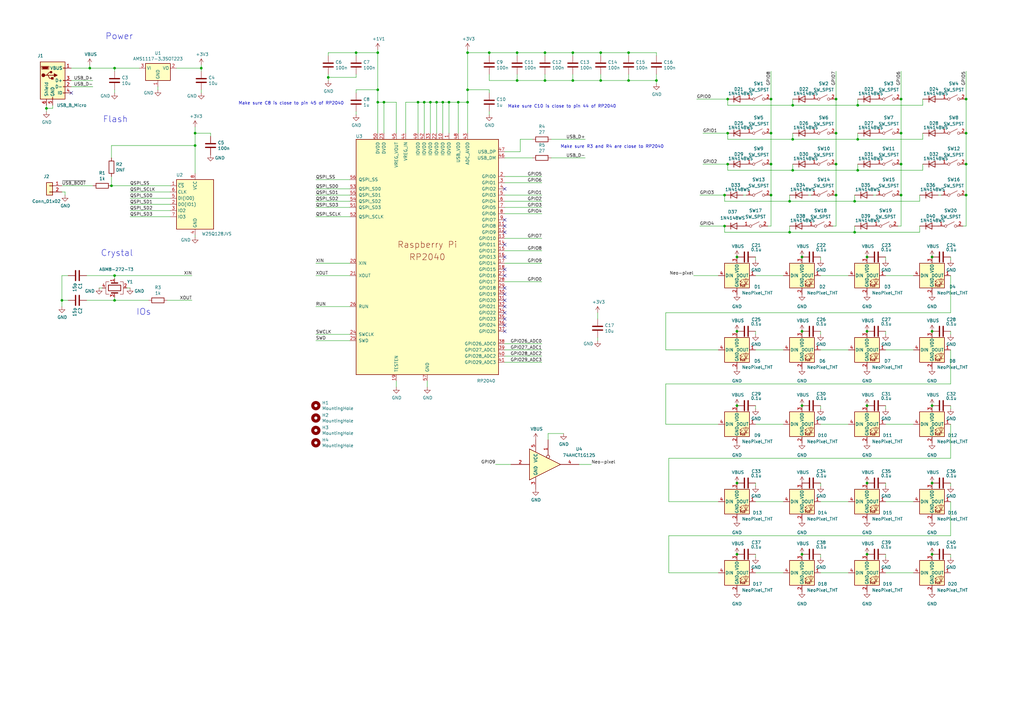
<source format=kicad_sch>
(kicad_sch (version 20231120) (generator "eeschema") (generator_version "8.0")
  (paper "A3")
  (lib_symbols
    (symbol "74xGxx:74AHCT1G125"
      (property "Reference" "U" (at -2.54 3.81 0))
      (property "Value" "74AHCT1G125" (at 0 -3.81 0))
      (symbol "74AHCT1G125_1_1"
        (pin input inverted (at 0 10.16 270) (length 7.62) (name "~") (number "1"))
        (pin input line (at -15.24 0 0) (length 7.62) (name "~") (number "2"))
        (pin power_in line (at -5.08 -10.16 90) (length 5.08) (name "GND") (number "3"))
        (pin tri_state line (at 12.7 0 180) (length 7.62) (name "~") (number "4"))
        (pin power_in line (at -5.08 10.16 270) (length 5.08) (name "VCC") (number "5"))
      )
    )
    (symbol "Connector:USB_B_Micro" (pin_names (offset 1.016))
      (property "Reference" "J" (at -5.08 11.43 0))
      (property "Value" "USB_B_Micro" (at -5.08 8.89 0))
      (symbol "USB_B_Micro_1_1"
        (pin power_out line (at 7.62 5.08 180) (length 2.54) (name "VBUS") (number "1"))
        (pin bidirectional line (at 7.62 -2.54 180) (length 2.54) (name "D-") (number "2"))
        (pin bidirectional line (at 7.62 0 180) (length 2.54) (name "D+") (number "3"))
        (pin passive line (at 7.62 -5.08 180) (length 2.54) (name "ID") (number "4"))
        (pin power_out line (at 0 -10.16 90) (length 2.54) (name "GND") (number "5"))
        (pin passive line (at -2.54 -10.16 90) (length 2.54) (name "Shield") (number "6"))
      )
    )
    (symbol "Connector_Generic:Conn_01x02" (pin_names (offset 1.016) hide)
      (property "Reference" "J" (at 0 2.54 0))
      (property "Value" "Conn_01x02" (at 0 -5.08 0))
      (symbol "Conn_01x02_1_1"
        (pin passive line (at -5.08 0 0) (length 3.81) (name "Pin_1") (number "1"))
        (pin passive line (at -5.08 -2.54 0) (length 3.81) (name "Pin_2") (number "2"))
      )
    )
    (symbol "Device:C" (pin_numbers hide) (pin_names (offset 0.254))
      (property "Reference" "C" (at 0.635 2.54 0))
      (property "Value" "C" (at 0.635 -2.54 0))
      (symbol "C_1_1"
        (pin passive line (at 0 3.81 270) (length 2.794) (name "~") (number "1"))
        (pin passive line (at 0 -3.81 90) (length 2.794) (name "~") (number "2"))
      )
    )
    (symbol "Device:Crystal_GND24" (pin_names (offset 1.016) hide)
      (property "Reference" "Y" (at 3.175 5.08 0))
      (property "Value" "Crystal_GND24" (at 3.175 3.175 0))
      (symbol "Crystal_GND24_1_1"
        (pin passive line (at -3.81 0 0) (length 1.27) (name "1") (number "1"))
        (pin passive line (at 0 5.08 270) (length 1.27) (name "2") (number "2"))
        (pin passive line (at 3.81 0 180) (length 1.27) (name "3") (number "3"))
        (pin passive line (at 0 -5.08 90) (length 1.27) (name "4") (number "4"))
      )
    )
    (symbol "Device:R" (pin_numbers hide) (pin_names (offset 0))
      (property "Reference" "R" (at 2.032 0 90))
      (property "Value" "R" (at 0 0 90))
      (symbol "R_1_1"
        (pin passive line (at 0 3.81 270) (length 1.27) (name "~") (number "1"))
        (pin passive line (at 0 -3.81 90) (length 1.27) (name "~") (number "2"))
      )
    )
    (symbol "Diode:1N4148WS" (pin_numbers hide) (pin_names hide)
      (property "Reference" "D" (at 0 2.54 0))
      (property "Value" "1N4148WS" (at 0 -2.54 0))
      (symbol "1N4148WS_1_1"
        (pin passive line (at -3.81 0 0) (length 2.54) (name "K") (number "1"))
        (pin passive line (at 3.81 0 180) (length 2.54) (name "A") (number "2"))
      )
    )
    (symbol "GND_1" (power) (pin_numbers hide) (pin_names (offset 0) hide)
      (property "Value" "GND" (at 0 -3.81 0))
      (symbol "GND_1_1_1"
        (pin power_in line (at 0 0 270) (length 0) (name "~") (number "1"))
      )
    )
    (symbol "LED:NeoPixel_THT" (pin_names (offset 0.254))
      (property "Reference" "D" (at 5.08 5.715 0))
      (property "Value" "NeoPixel_THT" (at 1.27 -5.715 0))
      (symbol "NeoPixel_THT_0_0"
        (text "RGB" (at 2.286 -4.191 0) (effects (font (size 0.762 0.762))))
      )
      (symbol "NeoPixel_THT_1_1"
        (pin output line (at 7.62 0 180) (length 2.54) (name "DOUT") (number "1"))
        (pin power_in line (at 0 -7.62 90) (length 2.54) (name "GND") (number "2"))
        (pin power_in line (at 0 7.62 270) (length 2.54) (name "VDD") (number "3"))
        (pin input line (at -7.62 0 0) (length 2.54) (name "DIN") (number "4"))
      )
    )
    (symbol "MCU_RaspberryPi_RP2040:RP2040" (pin_names (offset 1.016))
      (property "Reference" "U" (at -29.21 49.53 0))
      (property "Value" "RP2040" (at 24.13 -49.53 0))
      (symbol "RP2040_0_0"
        (text "Raspberry Pi" (at 0 5.08 0) (effects (font (size 2.54 2.54))))
        (text "RP2040" (at 0 0 0) (effects (font (size 2.54 2.54))))
      )
      (symbol "RP2040_1_1"
        (pin power_in line (at 8.89 50.8 270) (length 2.54) (name "IOVDD") (number "1"))
        (pin power_in line (at 6.35 50.8 270) (length 2.54) (name "IOVDD") (number "10"))
        (pin bidirectional line (at 31.75 12.7 180) (length 2.54) (name "GPIO8") (number "11"))
        (pin bidirectional line (at 31.75 10.16 180) (length 2.54) (name "GPIO9") (number "12"))
        (pin bidirectional line (at 31.75 7.62 180) (length 2.54) (name "GPIO10") (number "13"))
        (pin bidirectional line (at 31.75 5.08 180) (length 2.54) (name "GPIO11") (number "14"))
        (pin bidirectional line (at 31.75 2.54 180) (length 2.54) (name "GPIO12") (number "15"))
        (pin bidirectional line (at 31.75 0 180) (length 2.54) (name "GPIO13") (number "16"))
        (pin bidirectional line (at 31.75 -2.54 180) (length 2.54) (name "GPIO14") (number "17"))
        (pin bidirectional line (at 31.75 -5.08 180) (length 2.54) (name "GPIO15") (number "18"))
        (pin passive line (at -12.7 -50.8 90) (length 2.54) (name "TESTEN") (number "19"))
        (pin bidirectional line (at 31.75 33.02 180) (length 2.54) (name "GPIO0") (number "2"))
        (pin input line (at -31.75 -2.54 0) (length 2.54) (name "XIN") (number "20"))
        (pin passive line (at -31.75 -7.62 0) (length 2.54) (name "XOUT") (number "21"))
        (pin power_in line (at 3.81 50.8 270) (length 2.54) (name "IOVDD") (number "22"))
        (pin power_in line (at -17.78 50.8 270) (length 2.54) (name "DVDD") (number "23"))
        (pin output line (at -31.75 -31.75 0) (length 2.54) (name "SWCLK") (number "24"))
        (pin bidirectional line (at -31.75 -34.29 0) (length 2.54) (name "SWD") (number "25"))
        (pin input line (at -31.75 -20.32 0) (length 2.54) (name "RUN") (number "26"))
        (pin bidirectional line (at 31.75 -7.62 180) (length 2.54) (name "GPIO16") (number "27"))
        (pin bidirectional line (at 31.75 -10.16 180) (length 2.54) (name "GPIO17") (number "28"))
        (pin bidirectional line (at 31.75 -12.7 180) (length 2.54) (name "GPIO18") (number "29"))
        (pin bidirectional line (at 31.75 30.48 180) (length 2.54) (name "GPIO1") (number "3"))
        (pin bidirectional line (at 31.75 -15.24 180) (length 2.54) (name "GPIO19") (number "30"))
        (pin bidirectional line (at 31.75 -17.78 180) (length 2.54) (name "GPIO20") (number "31"))
        (pin bidirectional line (at 31.75 -20.32 180) (length 2.54) (name "GPIO21") (number "32"))
        (pin power_in line (at 1.27 50.8 270) (length 2.54) (name "IOVDD") (number "33"))
        (pin bidirectional line (at 31.75 -22.86 180) (length 2.54) (name "GPIO22") (number "34"))
        (pin bidirectional line (at 31.75 -25.4 180) (length 2.54) (name "GPIO23") (number "35"))
        (pin bidirectional line (at 31.75 -27.94 180) (length 2.54) (name "GPIO24") (number "36"))
        (pin bidirectional line (at 31.75 -30.48 180) (length 2.54) (name "GPIO25") (number "37"))
        (pin bidirectional line (at 31.75 -35.56 180) (length 2.54) (name "GPIO26_ADC0") (number "38"))
        (pin bidirectional line (at 31.75 -38.1 180) (length 2.54) (name "GPIO27_ADC1") (number "39"))
        (pin bidirectional line (at 31.75 27.94 180) (length 2.54) (name "GPIO2") (number "4"))
        (pin bidirectional line (at 31.75 -40.64 180) (length 2.54) (name "GPIO28_ADC2") (number "40"))
        (pin bidirectional line (at 31.75 -43.18 180) (length 2.54) (name "GPIO29_ADC3") (number "41"))
        (pin power_in line (at -1.27 50.8 270) (length 2.54) (name "IOVDD") (number "42"))
        (pin power_in line (at 16.51 50.8 270) (length 2.54) (name "ADC_AVDD") (number "43"))
        (pin power_in line (at -8.89 50.8 270) (length 2.54) (name "VREG_IN") (number "44"))
        (pin power_out line (at -12.7 50.8 270) (length 2.54) (name "VREG_VOUT") (number "45"))
        (pin bidirectional line (at 31.75 40.64 180) (length 2.54) (name "USB_DM") (number "46"))
        (pin bidirectional line (at 31.75 43.18 180) (length 2.54) (name "USB_DP") (number "47"))
        (pin power_in line (at 12.7 50.8 270) (length 2.54) (name "USB_VDD") (number "48"))
        (pin power_in line (at -3.81 50.8 270) (length 2.54) (name "IOVDD") (number "49"))
        (pin bidirectional line (at 31.75 25.4 180) (length 2.54) (name "GPIO3") (number "5"))
        (pin power_in line (at -20.32 50.8 270) (length 2.54) (name "DVDD") (number "50"))
        (pin bidirectional line (at -31.75 20.32 0) (length 2.54) (name "QSPI_SD3") (number "51"))
        (pin output line (at -31.75 16.51 0) (length 2.54) (name "QSPI_SCLK") (number "52"))
        (pin bidirectional line (at -31.75 27.94 0) (length 2.54) (name "QSPI_SD0") (number "53"))
        (pin bidirectional line (at -31.75 22.86 0) (length 2.54) (name "QSPI_SD2") (number "54"))
        (pin bidirectional line (at -31.75 25.4 0) (length 2.54) (name "QSPI_SD1") (number "55"))
        (pin bidirectional line (at -31.75 31.75 0) (length 2.54) (name "QSPI_SS") (number "56"))
        (pin power_in line (at 0 -50.8 90) (length 2.54) (name "GND") (number "57"))
        (pin bidirectional line (at 31.75 22.86 180) (length 2.54) (name "GPIO4") (number "6"))
        (pin bidirectional line (at 31.75 20.32 180) (length 2.54) (name "GPIO5") (number "7"))
        (pin bidirectional line (at 31.75 17.78 180) (length 2.54) (name "GPIO6") (number "8"))
        (pin bidirectional line (at 31.75 15.24 180) (length 2.54) (name "GPIO7") (number "9"))
      )
    )
    (symbol "Mechanical:MountingHole" (pin_names (offset 1.016))
      (property "Reference" "H" (at 0 5.08 0))
      (property "Value" "MountingHole" (at 0 3.175 0))
    )
    (symbol "Memory_Flash:W25Q128JVS"
      (property "Reference" "U" (at -8.89 8.89 0))
      (property "Value" "W25Q128JVS" (at 7.62 8.89 0))
      (symbol "W25Q128JVS_1_1"
        (pin input line (at -10.16 7.62 0) (length 2.54) (name "~{CS}") (number "1"))
        (pin bidirectional line (at -10.16 0 0) (length 2.54) (name "DO(IO1)") (number "2"))
        (pin bidirectional line (at -10.16 -2.54 0) (length 2.54) (name "IO2") (number "3"))
        (pin power_in line (at 0 -12.7 90) (length 2.54) (name "GND") (number "4"))
        (pin bidirectional line (at -10.16 2.54 0) (length 2.54) (name "DI(IO0)") (number "5"))
        (pin input line (at -10.16 5.08 0) (length 2.54) (name "CLK") (number "6"))
        (pin bidirectional line (at -10.16 -5.08 0) (length 2.54) (name "IO3") (number "7"))
        (pin power_in line (at 0 12.7 270) (length 2.54) (name "VCC") (number "8"))
      )
    )
    (symbol "Regulator_Linear:AMS1117-3.3"
      (property "Reference" "U" (at -3.81 3.175 0))
      (property "Value" "AMS1117-3.3" (at 0 3.175 0))
      (symbol "AMS1117-3.3_1_1"
        (pin power_in line (at 0 -7.62 90) (length 2.54) (name "GND") (number "1"))
        (pin power_out line (at 7.62 0 180) (length 2.54) (name "VO") (number "2"))
        (pin power_in line (at -7.62 0 0) (length 2.54) (name "VI") (number "3"))
      )
    )
    (symbol "Switch:SW_SPST" (pin_names (offset 0) hide)
      (property "Reference" "SW" (at 0 3.175 0))
      (property "Value" "SW_SPST" (at 0 -2.54 0))
      (symbol "SW_SPST_1_1"
        (pin passive line (at -5.08 0 0) (length 2.54) (name "A") (number "1"))
        (pin passive line (at 5.08 0 180) (length 2.54) (name "B") (number "2"))
      )
    )
    (symbol "power:+1V1" (power) (pin_names (offset 0))
      (property "Value" "+1V1" (at 0 3.556 0))
      (symbol "+1V1_1_1"
        (pin power_in line (at 0 0 90) (length 0) hide (name "+1V1") (number "1"))
      )
    )
    (symbol "power:+3V3" (power) (pin_names (offset 0))
      (property "Value" "+3V3" (at 0 3.556 0))
      (symbol "+3V3_1_1"
        (pin power_in line (at 0 0 90) (length 0) hide (name "+3V3") (number "1"))
      )
    )
    (symbol "power:GND" (power) (pin_names (offset 0))
      (property "Value" "GND" (at 0 -3.81 0))
      (symbol "GND_1_1"
        (pin power_in line (at 0 0 270) (length 0) hide (name "GND") (number "1"))
      )
    )
    (symbol "power:VBUS" (power) (pin_names (offset 0))
      (property "Value" "VBUS" (at 0 3.81 0))
      (symbol "VBUS_1_1"
        (pin power_in line (at 0 0 90) (length 0) hide (name "VBUS") (number "1"))
      )
    )
  )
  (junction (at 350.52 95.25))
  (junction (at 191.77 41.91))
  (junction (at 328.93 166.37))
  (junction (at 257.81 21.59))
  (junction (at 298.45 54.61))
  (junction (at 234.95 33.02))
  (junction (at 328.93 135.89))
  (junction (at 302.26 227.33))
  (junction (at 302.26 166.37))
  (junction (at 316.23 80.01))
  (junction (at 46.99 113.03))
  (junction (at 297.18 80.01))
  (junction (at 146.05 21.59))
  (junction (at 297.18 92.71))
  (junction (at 382.27 227.33))
  (junction (at 302.26 135.89))
  (junction (at 302.26 105.41))
  (junction (at 212.09 21.59))
  (junction (at 382.27 105.41))
  (junction (at 342.9 67.31))
  (junction (at 269.24 33.02))
  (junction (at 351.79 69.85))
  (junction (at 46.99 123.19))
  (junction (at 355.6 198.12))
  (junction (at 187.96 41.91))
  (junction (at 173.99 41.91))
  (junction (at 181.61 41.91))
  (junction (at 46.99 27.94))
  (junction (at 246.38 21.59))
  (junction (at 342.9 40.64))
  (junction (at 382.27 166.37))
  (junction (at 355.6 135.89))
  (junction (at 246.38 33.02))
  (junction (at 323.85 95.25))
  (junction (at 171.45 41.91))
  (junction (at 154.94 41.91))
  (junction (at 355.6 166.37))
  (junction (at 223.52 33.02))
  (junction (at 355.6 105.41))
  (junction (at 382.27 198.12))
  (junction (at 154.94 21.59))
  (junction (at 184.15 41.91))
  (junction (at 234.95 21.59))
  (junction (at 80.01 54.61))
  (junction (at 25.4 123.19))
  (junction (at 396.24 67.31))
  (junction (at 350.52 82.55))
  (junction (at 45.72 76.2))
  (junction (at 298.45 67.31))
  (junction (at 134.62 31.75))
  (junction (at 396.24 54.61))
  (junction (at 369.57 54.61))
  (junction (at 191.77 21.59))
  (junction (at 342.9 80.01))
  (junction (at 298.45 40.64))
  (junction (at 328.93 105.41))
  (junction (at 355.6 227.33))
  (junction (at 323.85 82.55))
  (junction (at 342.9 54.61))
  (junction (at 179.07 41.91))
  (junction (at 351.79 43.18))
  (junction (at 176.53 41.91))
  (junction (at 302.26 198.12))
  (junction (at 191.77 36.83))
  (junction (at 328.93 227.33))
  (junction (at 316.23 67.31))
  (junction (at 325.12 43.18))
  (junction (at 382.27 135.89))
  (junction (at 154.94 36.83))
  (junction (at 82.55 27.94))
  (junction (at 325.12 69.85))
  (junction (at 200.66 21.59))
  (junction (at 396.24 80.01))
  (junction (at 80.01 59.69))
  (junction (at 223.52 21.59))
  (junction (at 396.24 40.64))
  (junction (at 212.09 33.02))
  (junction (at 157.48 41.91))
  (junction (at 257.81 33.02))
  (junction (at 351.79 57.15))
  (junction (at 36.83 27.94))
  (junction (at 369.57 40.64))
  (junction (at 19.05 44.45))
  (junction (at 369.57 67.31))
  (junction (at 325.12 57.15))
  (junction (at 316.23 40.64))
  (junction (at 316.23 54.61))
  (junction (at 369.57 80.01))
  (no_connect (at 207.01 135.89))
  (no_connect (at 207.01 92.71))
  (no_connect (at 207.01 133.35))
  (no_connect (at 207.01 100.33))
  (no_connect (at 207.01 118.11))
  (no_connect (at 207.01 128.27))
  (no_connect (at 207.01 90.17))
  (no_connect (at 207.01 105.41))
  (no_connect (at 207.01 113.03))
  (no_connect (at 207.01 123.19))
  (no_connect (at 207.01 95.25))
  (no_connect (at 207.01 130.81))
  (no_connect (at 207.01 77.47))
  (no_connect (at 207.01 125.73))
  (no_connect (at 207.01 110.49))
  (no_connect (at 29.21 38.1))
  (no_connect (at 207.01 120.65))
  (wire (pts (xy 350.52 95.25) (xy 377.19 95.25)))
  (wire (pts (xy 389.89 173.99) (xy 389.89 187.96)))
  (wire (pts (xy 46.99 29.21) (xy 46.99 27.94)))
  (wire (pts (xy 207.01 107.95) (xy 222.25 107.95)))
  (wire (pts (xy 29.21 33.02) (xy 38.1 33.02)))
  (wire (pts (xy 234.95 30.48) (xy 234.95 33.02)))
  (wire (pts (xy 309.88 234.95) (xy 321.31 234.95)))
  (wire (pts (xy 26.67 78.74) (xy 26.67 80.01)))
  (wire (pts (xy 57.15 27.94) (xy 46.99 27.94)))
  (wire (pts (xy 351.79 57.15) (xy 378.46 57.15)))
  (wire (pts (xy 389.89 187.96) (xy 274.32 187.96)))
  (wire (pts (xy 82.55 27.94) (xy 82.55 26.67)))
  (wire (pts (xy 154.94 41.91) (xy 154.94 54.61)))
  (wire (pts (xy 323.85 95.25) (xy 323.85 92.71)))
  (wire (pts (xy 212.09 30.48) (xy 212.09 33.02)))
  (wire (pts (xy 146.05 38.1) (xy 146.05 36.83)))
  (wire (pts (xy 134.62 30.48) (xy 134.62 31.75)))
  (wire (pts (xy 257.81 33.02) (xy 246.38 33.02)))
  (wire (pts (xy 358.14 80.01) (xy 359.41 80.01)))
  (wire (pts (xy 389.89 105.41) (xy 389.89 106.68)))
  (wire (pts (xy 363.22 198.12) (xy 363.22 199.39)))
  (wire (pts (xy 38.1 76.2) (xy 25.4 76.2)))
  (wire (pts (xy 273.05 173.99) (xy 294.64 173.99)))
  (wire (pts (xy 396.24 80.01) (xy 396.24 92.71)))
  (wire (pts (xy 200.66 38.1) (xy 200.66 36.83)))
  (wire (pts (xy 288.29 67.31) (xy 298.45 67.31)))
  (wire (pts (xy 316.23 29.21) (xy 316.23 40.64)))
  (wire (pts (xy 207.01 74.93) (xy 222.25 74.93)))
  (wire (pts (xy 336.55 173.99) (xy 347.98 173.99)))
  (wire (pts (xy 369.57 67.31) (xy 369.57 80.01)))
  (wire (pts (xy 309.88 166.37) (xy 309.88 167.64)))
  (wire (pts (xy 82.55 29.21) (xy 82.55 27.94)))
  (wire (pts (xy 342.9 54.61) (xy 342.9 67.31)))
  (wire (pts (xy 134.62 22.86) (xy 134.62 21.59)))
  (wire (pts (xy 363.22 135.89) (xy 363.22 137.16)))
  (wire (pts (xy 246.38 30.48) (xy 246.38 33.02)))
  (wire (pts (xy 257.81 33.02) (xy 269.24 33.02)))
  (wire (pts (xy 351.79 57.15) (xy 351.79 54.61)))
  (wire (pts (xy 69.85 88.9) (xy 53.34 88.9)))
  (wire (pts (xy 336.55 105.41) (xy 336.55 106.68)))
  (wire (pts (xy 245.11 128.27) (xy 245.11 130.81)))
  (wire (pts (xy 332.74 80.01) (xy 331.47 80.01)))
  (wire (pts (xy 129.54 107.95) (xy 143.51 107.95)))
  (wire (pts (xy 396.24 67.31) (xy 396.24 80.01)))
  (wire (pts (xy 80.01 52.07) (xy 80.01 54.61)))
  (wire (pts (xy 46.99 113.03) (xy 78.74 113.03)))
  (wire (pts (xy 336.55 135.89) (xy 336.55 137.16)))
  (wire (pts (xy 207.01 82.55) (xy 222.25 82.55)))
  (wire (pts (xy 316.23 40.64) (xy 316.23 54.61)))
  (wire (pts (xy 298.45 57.15) (xy 325.12 57.15)))
  (wire (pts (xy 69.85 86.36) (xy 53.34 86.36)))
  (wire (pts (xy 323.85 82.55) (xy 350.52 82.55)))
  (wire (pts (xy 207.01 148.59) (xy 222.25 148.59)))
  (wire (pts (xy 287.02 92.71) (xy 297.18 92.71)))
  (wire (pts (xy 181.61 41.91) (xy 184.15 41.91)))
  (wire (pts (xy 212.09 22.86) (xy 212.09 21.59)))
  (wire (pts (xy 207.01 64.77) (xy 218.44 64.77)))
  (wire (pts (xy 134.62 31.75) (xy 134.62 33.02)))
  (wire (pts (xy 396.24 92.71) (xy 394.97 92.71)))
  (wire (pts (xy 129.54 82.55) (xy 143.51 82.55)))
  (wire (pts (xy 162.56 54.61) (xy 162.56 41.91)))
  (wire (pts (xy 191.77 21.59) (xy 191.77 36.83)))
  (wire (pts (xy 207.01 72.39) (xy 222.25 72.39)))
  (wire (pts (xy 273.05 157.48) (xy 273.05 173.99)))
  (wire (pts (xy 396.24 54.61) (xy 396.24 67.31)))
  (wire (pts (xy 234.95 22.86) (xy 234.95 21.59)))
  (wire (pts (xy 336.55 234.95) (xy 347.98 234.95)))
  (wire (pts (xy 384.81 80.01) (xy 386.08 80.01)))
  (wire (pts (xy 269.24 33.02) (xy 269.24 34.29)))
  (wire (pts (xy 297.18 92.71) (xy 297.18 95.25)))
  (wire (pts (xy 274.32 187.96) (xy 274.32 205.74)))
  (wire (pts (xy 396.24 29.21) (xy 396.24 40.64)))
  (wire (pts (xy 351.79 43.18) (xy 378.46 43.18)))
  (wire (pts (xy 309.88 173.99) (xy 321.31 173.99)))
  (wire (pts (xy 363.22 173.99) (xy 374.65 173.99)))
  (wire (pts (xy 203.2 190.5) (xy 209.55 190.5)))
  (wire (pts (xy 351.79 69.85) (xy 351.79 67.31)))
  (wire (pts (xy 246.38 22.86) (xy 246.38 21.59)))
  (wire (pts (xy 191.77 21.59) (xy 200.66 21.59)))
  (wire (pts (xy 146.05 31.75) (xy 146.05 30.48)))
  (wire (pts (xy 389.89 128.27) (xy 273.05 128.27)))
  (wire (pts (xy 207.01 143.51) (xy 222.25 143.51)))
  (wire (pts (xy 363.22 143.51) (xy 374.65 143.51)))
  (wire (pts (xy 369.57 40.64) (xy 369.57 54.61)))
  (wire (pts (xy 213.36 57.15) (xy 218.44 57.15)))
  (wire (pts (xy 363.22 105.41) (xy 363.22 106.68)))
  (wire (pts (xy 162.56 156.21) (xy 162.56 158.75)))
  (wire (pts (xy 309.88 113.03) (xy 321.31 113.03)))
  (wire (pts (xy 29.21 35.56) (xy 38.1 35.56)))
  (wire (pts (xy 316.23 92.71) (xy 314.96 92.71)))
  (wire (pts (xy 223.52 30.48) (xy 223.52 33.02)))
  (wire (pts (xy 304.8 80.01) (xy 306.07 80.01)))
  (wire (pts (xy 325.12 69.85) (xy 325.12 67.31)))
  (wire (pts (xy 297.18 95.25) (xy 323.85 95.25)))
  (wire (pts (xy 45.72 59.69) (xy 80.01 59.69)))
  (wire (pts (xy 29.21 27.94) (xy 36.83 27.94)))
  (wire (pts (xy 325.12 57.15) (xy 325.12 54.61)))
  (wire (pts (xy 207.01 97.79) (xy 222.25 97.79)))
  (wire (pts (xy 134.62 31.75) (xy 146.05 31.75)))
  (wire (pts (xy 129.54 80.01) (xy 143.51 80.01)))
  (wire (pts (xy 154.94 36.83) (xy 154.94 41.91)))
  (wire (pts (xy 143.51 125.73) (xy 129.54 125.73)))
  (wire (pts (xy 325.12 43.18) (xy 325.12 40.64)))
  (wire (pts (xy 207.01 146.05) (xy 222.25 146.05)))
  (wire (pts (xy 369.57 92.71) (xy 368.3 92.71)))
  (wire (pts (xy 377.19 82.55) (xy 377.19 80.01)))
  (wire (pts (xy 19.05 43.18) (xy 19.05 44.45)))
  (wire (pts (xy 396.24 40.64) (xy 396.24 54.61)))
  (wire (pts (xy 389.89 205.74) (xy 389.89 219.71)))
  (wire (pts (xy 297.18 80.01) (xy 297.18 82.55)))
  (wire (pts (xy 342.9 80.01) (xy 342.9 92.71)))
  (wire (pts (xy 242.57 190.5) (xy 237.49 190.5)))
  (wire (pts (xy 173.99 54.61) (xy 173.99 41.91)))
  (wire (pts (xy 146.05 36.83) (xy 154.94 36.83)))
  (wire (pts (xy 27.94 123.19) (xy 25.4 123.19)))
  (wire (pts (xy 181.61 54.61) (xy 181.61 41.91)))
  (wire (pts (xy 157.48 41.91) (xy 154.94 41.91)))
  (wire (pts (xy 257.81 30.48) (xy 257.81 33.02)))
  (wire (pts (xy 21.59 43.18) (xy 21.59 44.45)))
  (wire (pts (xy 173.99 41.91) (xy 176.53 41.91)))
  (wire (pts (xy 342.9 67.31) (xy 342.9 80.01)))
  (wire (pts (xy 298.45 40.64) (xy 298.45 43.18)))
  (wire (pts (xy 176.53 41.91) (xy 179.07 41.91)))
  (wire (pts (xy 212.09 21.59) (xy 223.52 21.59)))
  (wire (pts (xy 226.06 64.77) (xy 240.03 64.77)))
  (wire (pts (xy 234.95 33.02) (xy 223.52 33.02)))
  (wire (pts (xy 309.88 143.51) (xy 321.31 143.51)))
  (wire (pts (xy 179.07 54.61) (xy 179.07 41.91)))
  (wire (pts (xy 269.24 30.48) (xy 269.24 33.02)))
  (wire (pts (xy 389.89 166.37) (xy 389.89 167.64)))
  (wire (pts (xy 309.88 205.74) (xy 321.31 205.74)))
  (wire (pts (xy 287.02 80.01) (xy 297.18 80.01)))
  (wire (pts (xy 175.26 156.21) (xy 175.26 158.75)))
  (wire (pts (xy 191.77 20.32) (xy 191.77 21.59)))
  (wire (pts (xy 134.62 21.59) (xy 146.05 21.59)))
  (wire (pts (xy 257.81 22.86) (xy 257.81 21.59)))
  (wire (pts (xy 25.4 123.19) (xy 25.4 125.73)))
  (wire (pts (xy 72.39 27.94) (xy 82.55 27.94)))
  (wire (pts (xy 154.94 20.32) (xy 154.94 21.59)))
  (wire (pts (xy 25.4 78.74) (xy 26.67 78.74)))
  (wire (pts (xy 187.96 54.61) (xy 187.96 41.91)))
  (wire (pts (xy 179.07 41.91) (xy 181.61 41.91)))
  (wire (pts (xy 223.52 22.86) (xy 223.52 21.59)))
  (wire (pts (xy 191.77 36.83) (xy 200.66 36.83)))
  (wire (pts (xy 274.32 234.95) (xy 294.64 234.95)))
  (wire (pts (xy 231.14 177.8) (xy 224.79 177.8)))
  (wire (pts (xy 363.22 166.37) (xy 363.22 167.64)))
  (wire (pts (xy 184.15 41.91) (xy 184.15 54.61)))
  (wire (pts (xy 363.22 234.95) (xy 374.65 234.95)))
  (wire (pts (xy 200.66 22.86) (xy 200.66 21.59)))
  (wire (pts (xy 45.72 76.2) (xy 69.85 76.2)))
  (wire (pts (xy 350.52 82.55) (xy 377.19 82.55)))
  (wire (pts (xy 146.05 45.72) (xy 146.05 46.99)))
  (wire (pts (xy 389.89 198.12) (xy 389.89 199.39)))
  (wire (pts (xy 342.9 92.71) (xy 341.63 92.71)))
  (wire (pts (xy 166.37 41.91) (xy 171.45 41.91)))
  (wire (pts (xy 143.51 73.66) (xy 129.54 73.66)))
  (wire (pts (xy 369.57 54.61) (xy 369.57 67.31)))
  (wire (pts (xy 35.56 123.19) (xy 46.99 123.19)))
  (wire (pts (xy 143.51 88.9) (xy 129.54 88.9)))
  (wire (pts (xy 245.11 138.43) (xy 245.11 139.7)))
  (wire (pts (xy 342.9 40.64) (xy 342.9 54.61)))
  (wire (pts (xy 157.48 54.61) (xy 157.48 41.91)))
  (wire (pts (xy 389.89 157.48) (xy 273.05 157.48)))
  (wire (pts (xy 53.34 78.74) (xy 69.85 78.74)))
  (wire (pts (xy 86.36 54.61) (xy 80.01 54.61)))
  (wire (pts (xy 35.56 113.03) (xy 46.99 113.03)))
  (wire (pts (xy 369.57 80.01) (xy 369.57 92.71)))
  (wire (pts (xy 325.12 57.15) (xy 351.79 57.15)))
  (wire (pts (xy 323.85 82.55) (xy 323.85 80.01)))
  (wire (pts (xy 273.05 128.27) (xy 273.05 143.51)))
  (wire (pts (xy 166.37 54.61) (xy 166.37 41.91)))
  (wire (pts (xy 80.01 54.61) (xy 80.01 59.69)))
  (wire (pts (xy 68.58 123.19) (xy 78.74 123.19)))
  (wire (pts (xy 363.22 227.33) (xy 363.22 228.6)))
  (wire (pts (xy 207.01 87.63) (xy 222.25 87.63)))
  (wire (pts (xy 309.88 105.41) (xy 309.88 106.68)))
  (wire (pts (xy 369.57 29.21) (xy 369.57 40.64)))
  (wire (pts (xy 40.64 118.11) (xy 41.91 118.11)))
  (wire (pts (xy 325.12 69.85) (xy 351.79 69.85)))
  (wire (pts (xy 246.38 33.02) (xy 234.95 33.02)))
  (wire (pts (xy 351.79 43.18) (xy 351.79 40.64)))
  (wire (pts (xy 288.29 54.61) (xy 298.45 54.61)))
  (wire (pts (xy 171.45 54.61) (xy 171.45 41.91)))
  (wire (pts (xy 36.83 26.67) (xy 36.83 27.94)))
  (wire (pts (xy 336.55 205.74) (xy 347.98 205.74)))
  (wire (pts (xy 129.54 85.09) (xy 143.51 85.09)))
  (wire (pts (xy 389.89 135.89) (xy 389.89 137.16)))
  (wire (pts (xy 176.53 54.61) (xy 176.53 41.91)))
  (wire (pts (xy 336.55 113.03) (xy 347.98 113.03)))
  (wire (pts (xy 191.77 41.91) (xy 191.77 54.61)))
  (wire (pts (xy 336.5878 198.115) (xy 336.5878 199.385)))
  (wire (pts (xy 342.9 29.21) (xy 342.9 40.64)))
  (wire (pts (xy 298.45 54.61) (xy 298.45 57.15)))
  (wire (pts (xy 146.05 22.86) (xy 146.05 21.59)))
  (wire (pts (xy 285.75 40.64) (xy 298.45 40.64)))
  (wire (pts (xy 64.77 35.56) (xy 64.77 36.83)))
  (wire (pts (xy 336.55 227.33) (xy 336.55 228.6)))
  (wire (pts (xy 187.96 41.91) (xy 191.77 41.91)))
  (wire (pts (xy 207.01 85.09) (xy 222.25 85.09)))
  (wire (pts (xy 297.18 82.55) (xy 323.85 82.55)))
  (wire (pts (xy 200.66 30.48) (xy 200.66 33.02)))
  (wire (pts (xy 350.52 95.25) (xy 350.52 92.71)))
  (wire (pts (xy 274.32 219.71) (xy 274.32 234.95)))
  (wire (pts (xy 269.24 22.86) (xy 269.24 21.59)))
  (wire (pts (xy 184.15 41.91) (xy 187.96 41.91)))
  (wire (pts (xy 36.83 27.94) (xy 46.99 27.94)))
  (wire (pts (xy 378.46 57.15) (xy 378.46 54.61)))
  (wire (pts (xy 284.48 113.03) (xy 294.64 113.03)))
  (wire (pts (xy 46.99 123.19) (xy 60.96 123.19)))
  (wire (pts (xy 19.05 44.45) (xy 19.05 45.72)))
  (wire (pts (xy 46.99 121.92) (xy 46.99 123.19)))
  (wire (pts (xy 363.22 205.74) (xy 374.65 205.74)))
  (wire (pts (xy 323.85 95.25) (xy 350.52 95.25)))
  (wire (pts (xy 389.89 113.03) (xy 389.89 128.27)))
  (wire (pts (xy 234.95 21.59) (xy 246.38 21.59)))
  (wire (pts (xy 309.88 135.89) (xy 309.88 137.16)))
  (wire (pts (xy 298.45 43.18) (xy 325.12 43.18)))
  (wire (pts (xy 69.85 81.28) (xy 53.34 81.28)))
  (wire (pts (xy 336.55 143.51) (xy 347.98 143.51)))
  (wire (pts (xy 154.94 21.59) (xy 154.94 36.83)))
  (wire (pts (xy 316.23 54.61) (xy 316.23 67.31)))
  (wire (pts (xy 316.23 80.01) (xy 316.23 92.71)))
  (wire (pts (xy 45.72 59.69) (xy 45.72 64.77)))
  (wire (pts (xy 191.77 36.83) (xy 191.77 41.91)))
  (wire (pts (xy 212.09 33.02) (xy 200.66 33.02)))
  (wire (pts (xy 309.88 198.12) (xy 309.88 199.39)))
  (wire (pts (xy 207.01 102.87) (xy 222.25 102.87)))
  (wire (pts (xy 45.72 72.39) (xy 45.72 76.2)))
  (wire (pts (xy 298.45 69.85) (xy 325.12 69.85)))
  (wire (pts (xy 80.01 97.155) (xy 80.01 96.52)))
  (wire (pts (xy 389.89 143.51) (xy 389.89 157.48)))
  (wire (pts (xy 143.51 137.16) (xy 129.54 137.16)))
  (wire (pts (xy 46.99 36.83) (xy 46.99 38.1)))
  (wire (pts (xy 309.88 227.33) (xy 309.88 228.6)))
  (wire (pts (xy 246.38 21.59) (xy 257.81 21.59)))
  (wire (pts (xy 52.07 118.11) (xy 53.34 118.11)))
  (wire (pts (xy 25.4 113.03) (xy 25.4 123.19)))
  (wire (pts (xy 143.51 139.7) (xy 129.54 139.7)))
  (wire (pts (xy 336.55 166.37) (xy 336.55 167.64)))
  (wire (pts (xy 207.01 140.97) (xy 222.25 140.97)))
  (wire (pts (xy 143.51 113.03) (xy 129.54 113.03)))
  (wire (pts (xy 298.45 67.31) (xy 298.45 69.85)))
  (wire (pts (xy 82.55 36.83) (xy 82.55 38.1)))
  (wire (pts (xy 226.06 57.15) (xy 240.03 57.15)))
  (wire (pts (xy 207.01 62.23) (xy 213.36 62.23)))
  (wire (pts (xy 207.01 80.01) (xy 222.25 80.01)))
  (wire (pts (xy 27.94 113.03) (xy 25.4 113.03)))
  (wire (pts (xy 350.52 82.55) (xy 350.52 80.01)))
  (wire (pts (xy 86.36 55.88) (xy 86.36 54.61)))
  (wire (pts (xy 146.05 21.59) (xy 154.94 21.59)))
  (wire (pts (xy 129.54 77.47) (xy 143.51 77.47)))
  (wire (pts (xy 378.46 43.18) (xy 378.46 40.64)))
  (wire (pts (xy 351.79 69.85) (xy 378.46 69.85)))
  (wire (pts (xy 200.66 45.72) (xy 200.66 46.99)))
  (wire (pts (xy 316.23 80.01) (xy 316.23 67.31)))
  (wire (pts (xy 80.01 59.69) (xy 80.01 71.12)))
  (wire (pts (xy 273.05 143.51) (xy 294.64 143.51)))
  (wire (pts (xy 294.64 205.74) (xy 274.32 205.74)))
  (wire (pts (xy 223.52 21.59) (xy 234.95 21.59)))
  (wire (pts (xy 378.46 69.85) (xy 378.46 67.31)))
  (wire (pts (xy 21.59 44.45) (xy 19.05 44.45)))
  (wire (pts (xy 389.89 227.33) (xy 389.89 228.6)))
  (wire (pts (xy 162.56 41.91) (xy 157.48 41.91)))
  (wire (pts (xy 224.79 177.8) (xy 224.79 180.34)))
  (wire (pts (xy 363.22 113.03) (xy 374.65 113.03)))
  (wire (pts (xy 46.99 114.3) (xy 46.99 113.03)))
  (wire (pts (xy 171.45 41.91) (xy 173.99 41.91)))
  (wire (pts (xy 200.66 21.59) (xy 212.09 21.59)))
  (wire (pts (xy 377.19 95.25) (xy 377.19 92.71)))
  (wire (pts (xy 213.36 57.15) (xy 213.36 62.23)))
  (wire (pts (xy 69.85 83.82) (xy 53.34 83.82)))
  (wire (pts (xy 257.81 21.59) (xy 269.24 21.59)))
  (wire (pts (xy 207.01 115.57) (xy 222.25 115.57)))
  (wire (pts (xy 389.89 219.71) (xy 274.32 219.71)))
  (wire (pts (xy 325.12 43.18) (xy 351.79 43.18)))
  (wire (pts (xy 223.52 33.02) (xy 212.09 33.02)))
  (text "IOs" (at 55.88 129.54 0) (effects (font (size 2.54 2.54)) (justify left bottom)))
  (text "Make sure R3 and R4 are close to RP2040" (at 229.87 60.96 0) (effects (font (size 1.27 1.27)) (justify left bottom)))
  (text "Make sure C10 is close to pin 44 of RP2040" (at 208.28 44.45 0) (effects (font (size 1.27 1.27)) (justify left bottom)))
  (text "Make sure C8 is close to pin 45 of RP2040" (at 97.79 43.18 0) (effects (font (size 1.27 1.27)) (justify left bottom)))
  (text "Power" (at 43.18 16.51 0) (effects (font (size 2.54 2.54)) (justify left bottom)))
  (text "Crystal" (at 41.275 105.41 0) (effects (font (size 2.54 2.54)) (justify left bottom)))
  (text "Flash" (at 42.164 50.546 0) (effects (font (size 2.54 2.54)) (justify left bottom)))
  (label "USB_D-" (at 38.1 35.56 180))
  (label "GPIO3" (at 287.02 80.01 0))
  (label "GPIO6" (at 222.25 74.93 180))
  (label "QSPI_SS" (at 53.34 76.2 0))
  (label "QSPI_SD2" (at 129.54 82.55 0))
  (label "GPIO27_ADC1" (at 222.25 143.51 180))
  (label "GPIO7" (at 342.9 29.21 270))
  (label "QSPI_SD1" (at 129.54 80.01 0))
  (label "GPIO9" (at 222.25 107.95 180))
  (label "GPIO2" (at 288.29 67.31 0))
  (label "XOUT" (at 78.74 123.19 180))
  (label "QSPI_SD3" (at 53.34 88.9 0))
  (label "GPIO26_ADC0" (at 222.25 140.97 180))
  (label "GPIO0" (at 222.25 115.57 180))
  (label "GPIO9" (at 203.2 190.5 180))
  (label "QSPI_SD0" (at 53.34 81.28 0))
  (label "USB_D+" (at 240.03 57.15 180))
  (label "USB_D+" (at 38.1 33.02 180))
  (label "GPIO1" (at 288.29 54.61 0))
  (label "~{USB_BOOT}" (at 25.4 76.2 0))
  (label "XOUT" (at 129.54 113.03 0))
  (label "Neo-pixel" (at 242.57 190.5 0))
  (label "QSPI_SD0" (at 129.54 77.47 0))
  (label "QSPI_SS" (at 129.54 73.66 0))
  (label "QSPI_SCLK" (at 53.34 78.74 0))
  (label "GPIO5" (at 222.25 72.39 180))
  (label "GPIO28_ADC2" (at 222.25 146.05 180))
  (label "GPIO4" (at 287.02 92.71 0))
  (label "GPIO7" (at 222.25 97.79 180))
  (label "GPIO8" (at 222.25 102.87 180))
  (label "QSPI_SD2" (at 53.34 86.36 0))
  (label "GPIO29_ADC3" (at 222.25 148.59 180))
  (label "XIN" (at 129.54 107.95 0))
  (label "GPIO5" (at 396.24 29.21 270))
  (label "SWD" (at 129.54 139.7 0))
  (label "GPIO0" (at 285.75 40.64 0))
  (label "GPIO8" (at 316.23 29.21 270))
  (label "SWCLK" (at 129.54 137.16 0))
  (label "QSPI_SCLK" (at 129.54 88.9 0))
  (label "Neo-pixel" (at 284.48 113.03 180))
  (label "USB_D-" (at 240.03 64.77 180))
  (label "GPIO2" (at 222.25 82.55 180))
  (label "RUN" (at 129.54 125.73 0))
  (label "GPIO4" (at 222.25 87.63 180))
  (label "GPIO6" (at 369.57 29.21 270))
  (label "GPIO3" (at 222.25 85.09 180))
  (label "QSPI_SD3" (at 129.54 85.09 0))
  (label "QSPI_SD1" (at 53.34 83.82 0))
  (label "XIN" (at 78.74 113.03 180))
  (label "GPIO1" (at 222.25 80.01 180))
  (symbol (lib_name "GND_1") (lib_id "power:GND") (at 302.26 181.61 0) (unit 1)
    (property "Reference" "#PWR046" (effects (hide yes)))
    (property "Value" "GND" (at 302.26 186.69 0))
    (property "Description" "Power symbol creates a global label with name \"GND\" , ground" (effects (hide yes)))
  )
  (symbol (lib_id "Device:C") (at 386.08 105.41 90) (unit 1)
    (property "Reference" "C24" (at 390.144 100.584 90))
    (property "Value" "0.1u" (at 390.144 102.362 90))
    (property "Footprint" "Capacitor_SMD:C_0402_1005Metric" (effects (hide yes)))
    (property "Description" "Unpolarized capacitor" (effects (hide yes)))
    (property "LCSC Part Number" "C1525" (effects (hide yes)))
  )
  (symbol (lib_id "Device:C") (at 306.07 105.41 90) (unit 1)
    (property "Reference" "C21" (at 310.134 100.584 90))
    (property "Value" "0.1u" (at 310.134 102.362 90))
    (property "Footprint" "Capacitor_SMD:C_0402_1005Metric" (effects (hide yes)))
    (property "Description" "Unpolarized capacitor" (effects (hide yes)))
    (property "LCSC Part Number" "C1525" (effects (hide yes)))
  )
  (symbol (lib_id "Device:R") (at 222.25 64.77 270) (unit 1)
    (property "Reference" "R5" (at 222.25 59.5122 90))
    (property "Value" "27" (at 222.25 61.8236 90))
    (property "Footprint" "Resistor_SMD:R_0402_1005Metric" (effects (hide yes)))
    (property "LCSC Part Number" "C25100" (effects (hide yes)))
  )
  (symbol (lib_id "Diode:1N4148WS") (at 328.93 67.31 0) (unit 1)
    (property "Reference" "D30" (at 329.692 63.246 0))
    (property "Value" "1N4148WS" (at 330.454 65.024 0))
    (property "Footprint" "Diode_SMD:D_SOD-323" (effects (hide yes)))
    (property "Datasheet" "https://www.vishay.com/docs/85751/1n4148ws.pdf" (effects (hide yes)))
    (property "Description" "75V 0.15A Fast switching Diode, SOD-323" (effects (hide yes)))
    (property "Sim.Device" "D" (effects (hide yes)))
    (property "Sim.Pins" "1=K 2=A" (effects (hide yes)))
    (property "LCSC Part Number" " C2128" (effects (hide yes)))
  )
  (symbol (lib_name "GND_1") (lib_id "power:GND") (at 328.93 213.36 0) (unit 1)
    (property "Reference" "#PWR056" (effects (hide yes)))
    (property "Value" "GND" (at 328.93 218.44 0))
    (property "Description" "Power symbol creates a global label with name \"GND\" , ground" (effects (hide yes)))
  )
  (symbol (lib_id "power:VBUS") (at 36.83 26.67 0) (unit 1)
    (property "Reference" "#PWR04" (effects (hide yes)))
    (property "Value" "VBUS" (at 37.211 22.2758 0))
  )
  (symbol (lib_id "power:VBUS") (at 328.93 105.41 0) (unit 1)
    (property "Reference" "#PWR031" (effects (hide yes)))
    (property "Value" "VBUS" (at 329.311 101.0158 0))
  )
  (symbol (lib_id "Device:C") (at 246.38 26.67 0) (unit 1)
    (property "Reference" "C14" (at 249.301 25.5016 0) (effects (justify left)))
    (property "Value" "100n" (at 249.301 27.813 0) (effects (justify left)))
    (property "Footprint" "Capacitor_SMD:C_0402_1005Metric" (effects (hide yes)))
    (property "LCSC Part Number" "C1525" (effects (hide yes)))
  )
  (symbol (lib_id "power:VBUS") (at 355.6 198.12 0) (unit 1)
    (property "Reference" "#PWR057" (effects (hide yes)))
    (property "Value" "VBUS" (at 355.981 193.7258 0))
  )
  (symbol (lib_id "Diode:1N4148WS") (at 302.26 40.64 0) (unit 1)
    (property "Reference" "D21" (at 303.022 36.576 0))
    (property "Value" "1N4148WS" (at 303.784 38.354 0))
    (property "Footprint" "Diode_SMD:D_SOD-323" (effects (hide yes)))
    (property "Datasheet" "https://www.vishay.com/docs/85751/1n4148ws.pdf" (effects (hide yes)))
    (property "Description" "75V 0.15A Fast switching Diode, SOD-323" (effects (hide yes)))
    (property "Sim.Device" "D" (effects (hide yes)))
    (property "Sim.Pins" "1=K 2=A" (effects (hide yes)))
    (property "LCSC Part Number" " C2128" (effects (hide yes)))
  )
  (symbol (lib_id "Diode:1N4148WS") (at 355.6 40.64 0) (unit 1)
    (property "Reference" "D23" (at 356.362 36.576 0))
    (property "Value" "1N4148WS" (at 357.124 38.354 0))
    (property "Footprint" "Diode_SMD:D_SOD-323" (effects (hide yes)))
    (property "Datasheet" "https://www.vishay.com/docs/85751/1n4148ws.pdf" (effects (hide yes)))
    (property "Description" "75V 0.15A Fast switching Diode, SOD-323" (effects (hide yes)))
    (property "Sim.Device" "D" (effects (hide yes)))
    (property "Sim.Pins" "1=K 2=A" (effects (hide yes)))
    (property "LCSC Part Number" " C2128" (effects (hide yes)))
  )
  (symbol (lib_id "power:GND") (at 219.71 200.66 0) (unit 1)
    (property "Reference" "#PWR022" (effects (hide yes)))
    (property "Value" "GND" (at 219.837 205.0542 0))
  )
  (symbol (lib_id "Diode:1N4148WS") (at 302.26 67.31 0) (unit 1)
    (property "Reference" "D29" (at 303.022 63.246 0))
    (property "Value" "1N4148WS" (at 303.784 65.024 0))
    (property "Footprint" "Diode_SMD:D_SOD-323" (effects (hide yes)))
    (property "Datasheet" "https://www.vishay.com/docs/85751/1n4148ws.pdf" (effects (hide yes)))
    (property "Description" "75V 0.15A Fast switching Diode, SOD-323" (effects (hide yes)))
    (property "Sim.Device" "D" (effects (hide yes)))
    (property "Sim.Pins" "1=K 2=A" (effects (hide yes)))
    (property "LCSC Part Number" " C2128" (effects (hide yes)))
  )
  (symbol (lib_id "Device:C") (at 332.7778 198.115 90) (unit 1)
    (property "Reference" "C34" (at 336.8418 193.289 90))
    (property "Value" "0.1u" (at 336.8418 195.067 90))
    (property "Footprint" "Capacitor_SMD:C_0402_1005Metric" (effects (hide yes)))
    (property "Description" "Unpolarized capacitor" (effects (hide yes)))
    (property "LCSC Part Number" "C1525" (effects (hide yes)))
  )
  (symbol (lib_id "Diode:1N4148WS") (at 381 80.01 0) (unit 1)
    (property "Reference" "D36" (at 381.762 75.946 0))
    (property "Value" "1N4148WS" (at 382.524 77.724 0))
    (property "Footprint" "Diode_SMD:D_SOD-323" (effects (hide yes)))
    (property "Datasheet" "https://www.vishay.com/docs/85751/1n4148ws.pdf" (effects (hide yes)))
    (property "Description" "75V 0.15A Fast switching Diode, SOD-323" (effects (hide yes)))
    (property "Sim.Device" "D" (effects (hide yes)))
    (property "Sim.Pins" "1=K 2=A" (effects (hide yes)))
    (property "LCSC Part Number" " C2128" (effects (hide yes)))
  )
  (symbol (lib_id "Mechanical:MountingHole") (at 129.54 181.61 0) (unit 1)
    (property "Reference" "H4" (at 132.08 180.4416 0) (effects (justify left)))
    (property "Value" "MountingHole" (at 132.08 182.753 0) (effects (justify left)))
    (property "Footprint" "MountingHole:MountingHole_3.2mm_M3_ISO14580_Pad" (effects (hide yes)))
  )
  (symbol (lib_name "GND_1") (lib_id "power:GND") (at 328.93 120.65 0) (unit 1)
    (property "Reference" "#PWR032" (effects (hide yes)))
    (property "Value" "GND" (at 328.93 125.73 0))
    (property "Description" "Power symbol creates a global label with name \"GND\" , ground" (effects (hide yes)))
  )
  (symbol (lib_id "power:GND") (at 200.66 46.99 0) (unit 1)
    (property "Reference" "#PWR020" (effects (hide yes)))
    (property "Value" "GND" (at 200.787 51.3842 0))
  )
  (symbol (lib_id "power:VBUS") (at 382.27 198.12 0) (unit 1)
    (property "Reference" "#PWR059" (effects (hide yes)))
    (property "Value" "VBUS" (at 382.651 193.7258 0))
  )
  (symbol (lib_id "Device:C") (at 332.74 166.37 90) (unit 1)
    (property "Reference" "C30" (at 336.804 161.544 90))
    (property "Value" "0.1u" (at 336.804 163.322 90))
    (property "Footprint" "Capacitor_SMD:C_0402_1005Metric" (effects (hide yes)))
    (property "Description" "Unpolarized capacitor" (effects (hide yes)))
    (property "LCSC Part Number" "C1525" (effects (hide yes)))
  )
  (symbol (lib_name "GND_1") (lib_id "power:GND") (at 328.93 242.57 0) (unit 1)
    (property "Reference" "#PWR064" (effects (hide yes)))
    (property "Value" "GND" (at 328.93 247.65 0))
    (property "Description" "Power symbol creates a global label with name \"GND\" , ground" (effects (hide yes)))
  )
  (symbol (lib_id "Device:C") (at 332.74 135.89 90) (unit 1)
    (property "Reference" "C26" (at 336.804 131.064 90))
    (property "Value" "0.1u" (at 336.804 132.842 90))
    (property "Footprint" "Capacitor_SMD:C_0402_1005Metric" (effects (hide yes)))
    (property "Description" "Unpolarized capacitor" (effects (hide yes)))
    (property "LCSC Part Number" "C1525" (effects (hide yes)))
  )
  (symbol (lib_id "Switch:SW_SPST") (at 364.49 80.01 0) (unit 1)
    (property "Reference" "SW15" (at 364.49 73.66 0))
    (property "Value" "SW_SPST" (at 364.49 76.2 0))
    (property "Footprint" "keyswitches:Kailh_socket_MX" (effects (hide yes)))
    (property "Description" "Single Pole Single Throw (SPST) switch" (effects (hide yes)))
  )
  (symbol (lib_id "Switch:SW_SPST") (at 311.15 67.31 0) (unit 1)
    (property "Reference" "SW9" (at 311.15 60.96 0))
    (property "Value" "SW_SPST" (at 311.15 63.5 0))
    (property "Footprint" "keyswitches:Kailh_socket_MX" (effects (hide yes)))
    (property "Description" "Single Pole Single Throw (SPST) switch" (effects (hide yes)))
  )
  (symbol (lib_id "power:GND") (at 309.88 199.39 0) (unit 1)
    (property "Reference" "#PWR085" (effects (hide yes)))
    (property "Value" "GND" (at 310.134 203.454 0))
  )
  (symbol (lib_id "Device:R") (at 45.72 68.58 0) (unit 1)
    (property "Reference" "R2" (at 47.498 67.4116 0) (effects (justify left)))
    (property "Value" "DNF" (at 47.498 69.723 0) (effects (justify left)))
    (property "Footprint" "Resistor_SMD:R_0402_1005Metric" (effects (hide yes)))
  )
  (symbol (lib_name "GND_1") (lib_id "power:GND") (at 382.27 213.36 0) (unit 1)
    (property "Reference" "#PWR060" (effects (hide yes)))
    (property "Value" "GND" (at 382.27 218.44 0))
    (property "Description" "Power symbol creates a global label with name \"GND\" , ground" (effects (hide yes)))
  )
  (symbol (lib_name "GND_1") (lib_id "power:GND") (at 355.6 120.65 0) (unit 1)
    (property "Reference" "#PWR034" (effects (hide yes)))
    (property "Value" "GND" (at 355.6 125.73 0))
    (property "Description" "Power symbol creates a global label with name \"GND\" , ground" (effects (hide yes)))
  )
  (symbol (lib_id "LED:NeoPixel_THT") (at 328.93 113.03 0) (unit 1)
    (property "Reference" "D2" (at 337.312 117.602 0))
    (property "Value" "NeoPixel_THT" (at 337.312 120.142 0))
    (property "Footprint" "neoPixel:NEO3535_REVERSECorrected" (effects (hide yes)))
    (property "Datasheet" "https://www.adafruit.com/product/1938" (effects (hide yes)))
    (property "Description" "RGB LED with integrated controller, 5mm/8mm LED package" (effects (hide yes)))
  )
  (symbol (lib_id "power:GND") (at 64.77 36.83 0) (unit 1)
    (property "Reference" "#PWR08" (effects (hide yes)))
    (property "Value" "GND" (at 60.96 38.1 0))
  )
  (symbol (lib_id "power:VBUS") (at 302.26 105.41 0) (unit 1)
    (property "Reference" "#PWR030" (effects (hide yes)))
    (property "Value" "VBUS" (at 302.641 101.0158 0))
  )
  (symbol (lib_name "GND_1") (lib_id "power:GND") (at 355.6 242.57 0) (unit 1)
    (property "Reference" "#PWR066" (effects (hide yes)))
    (property "Value" "GND" (at 355.6 247.65 0))
    (property "Description" "Power symbol creates a global label with name \"GND\" , ground" (effects (hide yes)))
  )
  (symbol (lib_id "LED:NeoPixel_THT") (at 328.93 205.74 0) (unit 1)
    (property "Reference" "D14" (at 337.312 210.312 0))
    (property "Value" "NeoPixel_THT" (at 337.312 212.852 0))
    (property "Footprint" "neoPixel:NEO3535_REVERSECorrected" (effects (hide yes)))
    (property "Datasheet" "https://www.adafruit.com/product/1938" (effects (hide yes)))
    (property "Description" "RGB LED with integrated controller, 5mm/8mm LED package" (effects (hide yes)))
  )
  (symbol (lib_id "power:GND") (at 80.01 97.155 0) (unit 1)
    (property "Reference" "#PWR010" (effects (hide yes)))
    (property "Value" "GND" (at 76.2 98.425 0))
  )
  (symbol (lib_id "power:VBUS") (at 355.6 166.37 0) (unit 1)
    (property "Reference" "#PWR049" (effects (hide yes)))
    (property "Value" "VBUS" (at 355.981 161.9758 0))
  )
  (symbol (lib_id "power:GND") (at 19.05 45.72 0) (unit 1)
    (property "Reference" "#PWR01" (effects (hide yes)))
    (property "Value" "GND" (at 19.177 50.1142 0))
  )
  (symbol (lib_id "LED:NeoPixel_THT") (at 382.27 173.99 0) (unit 1)
    (property "Reference" "D12" (at 390.652 178.562 0))
    (property "Value" "NeoPixel_THT" (at 390.652 181.102 0))
    (property "Footprint" "neoPixel:NEO3535_REVERSECorrected" (effects (hide yes)))
    (property "Datasheet" "https://www.adafruit.com/product/1938" (effects (hide yes)))
    (property "Description" "RGB LED with integrated controller, 5mm/8mm LED package" (effects (hide yes)))
  )
  (symbol (lib_id "MCU_RaspberryPi_RP2040:RP2040") (at 175.26 105.41 0) (unit 1)
    (property "Reference" "U3" (at 147.32 55.88 0))
    (property "Value" "RP2040" (at 199.39 156.21 0))
    (property "Footprint" "Package_DFN_QFN:QFN-56-1EP_7x7mm_P0.4mm_EP3.2x3.2mm" (effects (hide yes)))
    (property "LCSC Part Number" "C2040" (effects (hide yes)))
  )
  (symbol (lib_id "LED:NeoPixel_THT") (at 355.6 143.51 0) (unit 1)
    (property "Reference" "D7" (at 363.982 148.082 0))
    (property "Value" "NeoPixel_THT" (at 363.982 150.622 0))
    (property "Footprint" "neoPixel:NEO3535_REVERSECorrected" (effects (hide yes)))
    (property "Datasheet" "https://www.adafruit.com/product/1938" (effects (hide yes)))
    (property "Description" "RGB LED with integrated controller, 5mm/8mm LED package" (effects (hide yes)))
  )
  (symbol (lib_id "Diode:1N4148WS") (at 302.26 54.61 0) (unit 1)
    (property "Reference" "D25" (at 303.022 50.546 0))
    (property "Value" "1N4148WS" (at 303.784 52.324 0))
    (property "Footprint" "Diode_SMD:D_SOD-323" (effects (hide yes)))
    (property "Datasheet" "https://www.vishay.com/docs/85751/1n4148ws.pdf" (effects (hide yes)))
    (property "Description" "75V 0.15A Fast switching Diode, SOD-323" (effects (hide yes)))
    (property "Sim.Device" "D" (effects (hide yes)))
    (property "Sim.Pins" "1=K 2=A" (effects (hide yes)))
    (property "LCSC Part Number" " C2128" (effects (hide yes)))
  )
  (symbol (lib_id "power:GND") (at 336.55 228.6 0) (unit 1)
    (property "Reference" "#PWR090" (effects (hide yes)))
    (property "Value" "GND" (at 336.804 232.664 0))
  )
  (symbol (lib_name "GND_1") (lib_id "power:GND") (at 302.26 151.13 0) (unit 1)
    (property "Reference" "#PWR038" (effects (hide yes)))
    (property "Value" "GND" (at 302.26 156.21 0))
    (property "Description" "Power symbol creates a global label with name \"GND\" , ground" (effects (hide yes)))
  )
  (symbol (lib_id "LED:NeoPixel_THT") (at 328.93 234.95 0) (unit 1)
    (property "Reference" "D18" (at 337.312 239.522 0))
    (property "Value" "NeoPixel_THT" (at 337.312 242.062 0))
    (property "Footprint" "neoPixel:NEO3535_REVERSECorrected" (effects (hide yes)))
    (property "Datasheet" "https://www.adafruit.com/product/1938" (effects (hide yes)))
    (property "Description" "RGB LED with integrated controller, 5mm/8mm LED package" (effects (hide yes)))
  )
  (symbol (lib_id "Diode:1N4148WS") (at 382.27 67.31 0) (unit 1)
    (property "Reference" "D32" (at 383.032 63.246 0))
    (property "Value" "1N4148WS" (at 383.794 65.024 0))
    (property "Footprint" "Diode_SMD:D_SOD-323" (effects (hide yes)))
    (property "Datasheet" "https://www.vishay.com/docs/85751/1n4148ws.pdf" (effects (hide yes)))
    (property "Description" "75V 0.15A Fast switching Diode, SOD-323" (effects (hide yes)))
    (property "Sim.Device" "D" (effects (hide yes)))
    (property "Sim.Pins" "1=K 2=A" (effects (hide yes)))
    (property "LCSC Part Number" " C2128" (effects (hide yes)))
  )
  (symbol (lib_id "power:GND") (at 389.89 167.64 0) (unit 1)
    (property "Reference" "#PWR084" (effects (hide yes)))
    (property "Value" "GND" (at 390.144 171.704 0))
  )
  (symbol (lib_id "Device:C") (at 134.62 26.67 0) (unit 1)
    (property "Reference" "C6" (at 137.541 25.5016 0) (effects (justify left)))
    (property "Value" "100n" (at 137.541 27.813 0) (effects (justify left)))
    (property "Footprint" "Capacitor_SMD:C_0402_1005Metric" (effects (hide yes)))
    (property "LCSC Part Number" "C1525" (effects (hide yes)))
  )
  (symbol (lib_name "GND_1") (lib_id "power:GND") (at 302.26 242.57 0) (unit 1)
    (property "Reference" "#PWR062" (effects (hide yes)))
    (property "Value" "GND" (at 302.26 247.65 0))
    (property "Description" "Power symbol creates a global label with name \"GND\" , ground" (effects (hide yes)))
  )
  (symbol (lib_id "Switch:SW_SPST") (at 337.82 67.31 0) (unit 1)
    (property "Reference" "SW10" (at 337.82 60.96 0))
    (property "Value" "SW_SPST" (at 337.82 63.5 0))
    (property "Footprint" "keyswitches:Kailh_socket_MX" (effects (hide yes)))
    (property "Description" "Single Pole Single Throw (SPST) switch" (effects (hide yes)))
  )
  (symbol (lib_id "power:GND") (at 175.26 158.75 0) (unit 1)
    (property "Reference" "#PWR018" (effects (hide yes)))
    (property "Value" "GND" (at 175.387 163.1442 0))
  )
  (symbol (lib_id "power:GND") (at 336.5878 199.385 0) (unit 1)
    (property "Reference" "#PWR086" (effects (hide yes)))
    (property "Value" "GND" (at 336.8418 203.449 0))
  )
  (symbol (lib_id "Connector:USB_B_Micro") (at 21.59 33.02 0) (unit 1)
    (property "Reference" "J1" (at 17.78 22.86 0) (effects (justify right)))
    (property "Value" "USB_B_Micro" (at 35.56 43.18 0) (effects (justify right)))
    (property "Footprint" "Connector_USB:USB_Micro-B_Amphenol_10103594-0001LF_Horizontal" (effects (hide yes)))
    (property "LCSC Part Number" "C10418" (effects (hide yes)))
  )
  (symbol (lib_id "power:VBUS") (at 328.93 198.12 0) (unit 1)
    (property "Reference" "#PWR055" (effects (hide yes)))
    (property "Value" "VBUS" (at 329.311 193.7258 0))
  )
  (symbol (lib_id "Switch:SW_SPST") (at 337.82 40.64 0) (unit 1)
    (property "Reference" "SW2" (at 337.82 34.29 0))
    (property "Value" "SW_SPST" (at 337.82 36.83 0))
    (property "Footprint" "keyswitches:Kailh_socket_MX" (effects (hide yes)))
    (property "Description" "Single Pole Single Throw (SPST) switch" (effects (hide yes)))
  )
  (symbol (lib_id "Device:Crystal_GND24") (at 46.99 118.11 270) (unit 1)
    (property "Reference" "Y1" (at 52.07 115.57 90) (effects (justify left)))
    (property "Value" "ABM8-272-T3" (at 40.64 110.49 90) (effects (justify left)))
    (property "Footprint" "Crystal:Crystal_SMD_3225-4Pin_3.2x2.5mm" (effects (hide yes)))
    (property "LCSC Part Number" "C20625731" (effects (hide yes)))
  )
  (symbol (lib_id "power:GND") (at 245.11 139.7 0) (unit 1)
    (property "Reference" "#PWR026" (effects (hide yes)))
    (property "Value" "GND" (at 241.3 140.97 0))
  )
  (symbol (lib_id "power:GND") (at 309.88 137.16 0) (unit 1)
    (property "Reference" "#PWR077" (effects (hide yes)))
    (property "Value" "GND" (at 310.134 141.224 0))
  )
  (symbol (lib_name "GND_1") (lib_id "power:GND") (at 302.26 213.36 0) (unit 1)
    (property "Reference" "#PWR054" (effects (hide yes)))
    (property "Value" "GND" (at 302.26 218.44 0))
    (property "Description" "Power symbol creates a global label with name \"GND\" , ground" (effects (hide yes)))
  )
  (symbol (lib_id "LED:NeoPixel_THT") (at 302.26 143.51 0) (unit 1)
    (property "Reference" "D5" (at 310.642 148.082 0))
    (property "Value" "NeoPixel_THT" (at 310.642 150.622 0))
    (property "Footprint" "neoPixel:NEO3535_REVERSECorrected" (effects (hide yes)))
    (property "Datasheet" "https://www.adafruit.com/product/1938" (effects (hide yes)))
    (property "Description" "RGB LED with integrated controller, 5mm/8mm LED package" (effects (hide yes)))
  )
  (symbol (lib_id "Switch:SW_SPST") (at 364.49 54.61 0) (unit 1)
    (property "Reference" "SW7" (at 364.49 48.26 0))
    (property "Value" "SW_SPST" (at 364.49 50.8 0))
    (property "Footprint" "keyswitches:Kailh_socket_MX" (effects (hide yes)))
    (property "Description" "Single Pole Single Throw (SPST) switch" (effects (hide yes)))
  )
  (symbol (lib_id "power:+3V3") (at 191.77 20.32 0) (unit 1)
    (property "Reference" "#PWR019" (effects (hide yes)))
    (property "Value" "+3V3" (at 192.151 15.9258 0))
  )
  (symbol (lib_id "power:+3V3") (at 245.11 128.27 0) (unit 1)
    (property "Reference" "#PWR025" (effects (hide yes)))
    (property "Value" "+3V3" (at 245.491 123.8758 0))
  )
  (symbol (lib_id "Device:C") (at 306.07 227.33 90) (unit 1)
    (property "Reference" "C37" (at 310.134 222.504 90))
    (property "Value" "0.1u" (at 310.134 224.282 90))
    (property "Footprint" "Capacitor_SMD:C_0402_1005Metric" (effects (hide yes)))
    (property "Description" "Unpolarized capacitor" (effects (hide yes)))
    (property "LCSC Part Number" "C1525" (effects (hide yes)))
  )
  (symbol (lib_id "Device:C") (at 306.07 135.89 90) (unit 1)
    (property "Reference" "C25" (at 310.134 131.064 90))
    (property "Value" "0.1u" (at 310.134 132.842 90))
    (property "Footprint" "Capacitor_SMD:C_0402_1005Metric" (effects (hide yes)))
    (property "Description" "Unpolarized capacitor" (effects (hide yes)))
    (property "LCSC Part Number" "C1525" (effects (hide yes)))
  )
  (symbol (lib_id "Device:C") (at 386.08 135.89 90) (unit 1)
    (property "Reference" "C28" (at 390.144 131.064 90))
    (property "Value" "0.1u" (at 390.144 132.842 90))
    (property "Footprint" "Capacitor_SMD:C_0402_1005Metric" (effects (hide yes)))
    (property "Description" "Unpolarized capacitor" (effects (hide yes)))
    (property "LCSC Part Number" "C1525" (effects (hide yes)))
  )
  (symbol (lib_name "GND_1") (lib_id "power:GND") (at 382.27 242.57 0) (unit 1)
    (property "Reference" "#PWR068" (effects (hide yes)))
    (property "Value" "GND" (at 382.27 247.65 0))
    (property "Description" "Power symbol creates a global label with name \"GND\" , ground" (effects (hide yes)))
  )
  (symbol (lib_id "Switch:SW_SPST") (at 337.82 54.61 0) (unit 1)
    (property "Reference" "SW6" (at 337.82 48.26 0))
    (property "Value" "SW_SPST" (at 337.82 50.8 0))
    (property "Footprint" "keyswitches:Kailh_socket_MX" (effects (hide yes)))
    (property "Description" "Single Pole Single Throw (SPST) switch" (effects (hide yes)))
  )
  (symbol (lib_id "LED:NeoPixel_THT") (at 302.26 205.74 0) (unit 1)
    (property "Reference" "D13" (at 310.642 210.312 0))
    (property "Value" "NeoPixel_THT" (at 310.642 212.852 0))
    (property "Footprint" "neoPixel:NEO3535_REVERSECorrected" (effects (hide yes)))
    (property "Datasheet" "https://www.adafruit.com/product/1938" (effects (hide yes)))
    (property "Description" "RGB LED with integrated controller, 5mm/8mm LED package" (effects (hide yes)))
  )
  (symbol (lib_id "LED:NeoPixel_THT") (at 355.6 113.03 0) (unit 1)
    (property "Reference" "D3" (at 363.982 117.602 0))
    (property "Value" "NeoPixel_THT" (at 363.982 120.142 0))
    (property "Footprint" "neoPixel:NEO3535_REVERSECorrected" (effects (hide yes)))
    (property "Datasheet" "https://www.adafruit.com/product/1938" (effects (hide yes)))
    (property "Description" "RGB LED with integrated controller, 5mm/8mm LED package" (effects (hide yes)))
  )
  (symbol (lib_id "Diode:1N4148WS") (at 328.93 54.61 0) (unit 1)
    (property "Reference" "D26" (at 329.692 50.546 0))
    (property "Value" "1N4148WS" (at 330.454 52.324 0))
    (property "Footprint" "Diode_SMD:D_SOD-323" (effects (hide yes)))
    (property "Datasheet" "https://www.vishay.com/docs/85751/1n4148ws.pdf" (effects (hide yes)))
    (property "Description" "75V 0.15A Fast switching Diode, SOD-323" (effects (hide yes)))
    (property "Sim.Device" "D" (effects (hide yes)))
    (property "Sim.Pins" "1=K 2=A" (effects (hide yes)))
    (property "LCSC Part Number" " C2128" (effects (hide yes)))
  )
  (symbol (lib_id "Diode:1N4148WS") (at 382.27 54.61 0) (unit 1)
    (property "Reference" "D28" (at 383.032 50.546 0))
    (property "Value" "1N4148WS" (at 383.794 52.324 0))
    (property "Footprint" "Diode_SMD:D_SOD-323" (effects (hide yes)))
    (property "Datasheet" "https://www.vishay.com/docs/85751/1n4148ws.pdf" (effects (hide yes)))
    (property "Description" "75V 0.15A Fast switching Diode, SOD-323" (effects (hide yes)))
    (property "Sim.Device" "D" (effects (hide yes)))
    (property "Sim.Pins" "1=K 2=A" (effects (hide yes)))
    (property "LCSC Part Number" " C2128" (effects (hide yes)))
  )
  (symbol (lib_id "Device:C") (at 146.05 26.67 0) (unit 1)
    (property "Reference" "C7" (at 148.971 25.5016 0) (effects (justify left)))
    (property "Value" "100n" (at 148.971 27.813 0) (effects (justify left)))
    (property "Footprint" "Capacitor_SMD:C_0402_1005Metric" (effects (hide yes)))
    (property "LCSC Part Number" "C1525" (effects (hide yes)))
  )
  (symbol (lib_id "Switch:SW_SPST") (at 391.16 54.61 0) (unit 1)
    (property "Reference" "SW8" (at 391.16 48.26 0))
    (property "Value" "SW_SPST" (at 391.16 50.8 0))
    (property "Footprint" "keyswitches:Kailh_socket_MX" (effects (hide yes)))
    (property "Description" "Single Pole Single Throw (SPST) switch" (effects (hide yes)))
  )
  (symbol (lib_id "Switch:SW_SPST") (at 364.49 40.64 0) (unit 1)
    (property "Reference" "SW3" (at 364.49 34.29 0))
    (property "Value" "SW_SPST" (at 364.49 36.83 0))
    (property "Footprint" "keyswitches:Kailh_socket_MX" (effects (hide yes)))
    (property "Description" "Single Pole Single Throw (SPST) switch" (effects (hide yes)))
  )
  (symbol (lib_id "LED:NeoPixel_THT") (at 355.6 234.95 0) (unit 1)
    (property "Reference" "D19" (at 363.982 239.522 0))
    (property "Value" "NeoPixel_THT" (at 363.982 242.062 0))
    (property "Footprint" "neoPixel:NEO3535_REVERSECorrected" (effects (hide yes)))
    (property "Datasheet" "https://www.adafruit.com/product/1938" (effects (hide yes)))
    (property "Description" "RGB LED with integrated controller, 5mm/8mm LED package" (effects (hide yes)))
  )
  (symbol (lib_id "power:VBUS") (at 219.71 180.34 0) (unit 1)
    (property "Reference" "#PWR023" (effects (hide yes)))
    (property "Value" "VBUS" (at 220.091 175.9458 0))
  )
  (symbol (lib_id "power:VBUS") (at 302.26 135.89 0) (unit 1)
    (property "Reference" "#PWR037" (effects (hide yes)))
    (property "Value" "VBUS" (at 302.641 131.4958 0))
  )
  (symbol (lib_name "GND_1") (lib_id "power:GND") (at 355.6 181.61 0) (unit 1)
    (property "Reference" "#PWR050" (effects (hide yes)))
    (property "Value" "GND" (at 355.6 186.69 0))
    (property "Description" "Power symbol creates a global label with name \"GND\" , ground" (effects (hide yes)))
  )
  (symbol (lib_id "power:GND") (at 53.34 118.11 0) (unit 1)
    (property "Reference" "#PWR07" (effects (hide yes)))
    (property "Value" "GND" (at 57.15 119.38 0))
  )
  (symbol (lib_id "LED:NeoPixel_THT") (at 382.27 113.03 0) (unit 1)
    (property "Reference" "D4" (at 390.652 117.602 0))
    (property "Value" "NeoPixel_THT" (at 390.652 120.142 0))
    (property "Footprint" "neoPixel:NEO3535_REVERSECorrected" (effects (hide yes)))
    (property "Datasheet" "https://www.adafruit.com/product/1938" (effects (hide yes)))
    (property "Description" "RGB LED with integrated controller, 5mm/8mm LED package" (effects (hide yes)))
  )
  (symbol (lib_id "power:VBUS") (at 328.93 135.89 0) (unit 1)
    (property "Reference" "#PWR039" (effects (hide yes)))
    (property "Value" "VBUS" (at 329.311 131.4958 0))
  )
  (symbol (lib_name "GND_1") (lib_id "power:GND") (at 355.6 151.13 0) (unit 1)
    (property "Reference" "#PWR042" (effects (hide yes)))
    (property "Value" "GND" (at 355.6 156.21 0))
    (property "Description" "Power symbol creates a global label with name \"GND\" , ground" (effects (hide yes)))
  )
  (symbol (lib_id "Switch:SW_SPST") (at 311.15 40.64 0) (unit 1)
    (property "Reference" "SW1" (at 311.15 34.29 0))
    (property "Value" "SW_SPST" (at 311.15 36.83 0))
    (property "Footprint" "keyswitches:Kailh_socket_MX" (effects (hide yes)))
    (property "Description" "Single Pole Single Throw (SPST) switch" (effects (hide yes)))
  )
  (symbol (lib_id "power:GND") (at 162.56 158.75 0) (unit 1)
    (property "Reference" "#PWR017" (effects (hide yes)))
    (property "Value" "GND" (at 162.687 163.1442 0))
  )
  (symbol (lib_id "Device:C") (at 86.36 59.69 0) (unit 1)
    (property "Reference" "C5" (at 89.281 58.5216 0) (effects (justify left)))
    (property "Value" "100n" (at 89.281 60.833 0) (effects (justify left)))
    (property "Footprint" "Capacitor_SMD:C_0402_1005Metric" (effects (hide yes)))
    (property "LCSC Part Number" "C1525" (effects (hide yes)))
  )
  (symbol (lib_id "Switch:SW_SPST") (at 391.16 80.01 0) (unit 1)
    (property "Reference" "SW16" (at 391.16 73.66 0))
    (property "Value" "SW_SPST" (at 391.16 76.2 0))
    (property "Footprint" "keyswitches:Kailh_socket_MX" (effects (hide yes)))
    (property "Description" "Single Pole Single Throw (SPST) switch" (effects (hide yes)))
  )
  (symbol (lib_id "Switch:SW_SPST") (at 309.88 92.71 0) (unit 1)
    (property "Reference" "SW17" (at 309.88 86.36 0))
    (property "Value" "SW_SPST" (at 309.88 88.9 0))
    (property "Footprint" "keyswitches:Kailh_socket_MX" (effects (hide yes)))
    (property "Description" "Single Pole Single Throw (SPST) switch" (effects (hide yes)))
  )
  (symbol (lib_id "Diode:1N4148WS") (at 355.6 54.61 0) (unit 1)
    (property "Reference" "D27" (at 356.362 50.546 0))
    (property "Value" "1N4148WS" (at 357.124 52.324 0))
    (property "Footprint" "Diode_SMD:D_SOD-323" (effects (hide yes)))
    (property "Datasheet" "https://www.vishay.com/docs/85751/1n4148ws.pdf" (effects (hide yes)))
    (property "Description" "75V 0.15A Fast switching Diode, SOD-323" (effects (hide yes)))
    (property "Sim.Device" "D" (effects (hide yes)))
    (property "Sim.Pins" "1=K 2=A" (effects (hide yes)))
    (property "LCSC Part Number" " C2128" (effects (hide yes)))
  )
  (symbol (lib_id "LED:NeoPixel_THT") (at 355.6 205.74 0) (unit 1)
    (property "Reference" "D15" (at 363.982 210.312 0))
    (property "Value" "NeoPixel_THT" (at 363.982 212.852 0))
    (property "Footprint" "neoPixel:NEO3535_REVERSECorrected" (effects (hide yes)))
    (property "Datasheet" "https://www.adafruit.com/product/1938" (effects (hide yes)))
    (property "Description" "RGB LED with integrated controller, 5mm/8mm LED package" (effects (hide yes)))
  )
  (symbol (lib_id "Diode:1N4148WS") (at 327.66 80.01 0) (unit 1)
    (property "Reference" "D34" (at 328.422 75.946 0))
    (property "Value" "1N4148WS" (at 329.184 77.724 0))
    (property "Footprint" "Diode_SMD:D_SOD-323" (effects (hide yes)))
    (property "Datasheet" "https://www.vishay.com/docs/85751/1n4148ws.pdf" (effects (hide yes)))
    (property "Description" "75V 0.15A Fast switching Diode, SOD-323" (effects (hide yes)))
    (property "Sim.Device" "D" (effects (hide yes)))
    (property "Sim.Pins" "1=K 2=A" (effects (hide yes)))
    (property "LCSC Part Number" " C2128" (effects (hide yes)))
  )
  (symbol (lib_id "Switch:SW_SPST") (at 364.49 67.31 0) (unit 1)
    (property "Reference" "SW11" (at 364.49 60.96 0))
    (property "Value" "SW_SPST" (at 364.49 63.5 0))
    (property "Footprint" "keyswitches:Kailh_socket_MX" (effects (hide yes)))
    (property "Description" "Single Pole Single Throw (SPST) switch" (effects (hide yes)))
  )
  (symbol (lib_id "power:GND") (at 336.55 106.68 0) (unit 1)
    (property "Reference" "#PWR073" (effects (hide yes)))
    (property "Value" "GND" (at 336.804 110.744 0))
  )
  (symbol (lib_id "Diode:1N4148WS") (at 382.27 40.64 0) (unit 1)
    (property "Reference" "D24" (at 383.032 36.576 0))
    (property "Value" "1N4148WS" (at 383.794 38.354 0))
    (property "Footprint" "Diode_SMD:D_SOD-323" (effects (hide yes)))
    (property "Datasheet" "https://www.vishay.com/docs/85751/1n4148ws.pdf" (effects (hide yes)))
    (property "Description" "75V 0.15A Fast switching Diode, SOD-323" (effects (hide yes)))
    (property "Sim.Device" "D" (effects (hide yes)))
    (property "Sim.Pins" "1=K 2=A" (effects (hide yes)))
    (property "LCSC Part Number" " C2128" (effects (hide yes)))
  )
  (symbol (lib_id "power:GND") (at 26.67 80.01 0) (unit 1)
    (property "Reference" "#PWR02" (effects (hide yes)))
    (property "Value" "GND" (at 26.797 84.4042 0))
  )
  (symbol (lib_id "LED:NeoPixel_THT") (at 355.6 173.99 0) (unit 1)
    (property "Reference" "D11" (at 363.982 178.562 0))
    (property "Value" "NeoPixel_THT" (at 363.982 181.102 0))
    (property "Footprint" "neoPixel:NEO3535_REVERSECorrected" (effects (hide yes)))
    (property "Datasheet" "https://www.adafruit.com/product/1938" (effects (hide yes)))
    (property "Description" "RGB LED with integrated controller, 5mm/8mm LED package" (effects (hide yes)))
  )
  (symbol (lib_id "Device:C") (at 306.07 198.12 90) (unit 1)
    (property "Reference" "C33" (at 310.134 193.294 90))
    (property "Value" "0.1u" (at 310.134 195.072 90))
    (property "Footprint" "Capacitor_SMD:C_0402_1005Metric" (effects (hide yes)))
    (property "Description" "Unpolarized capacitor" (effects (hide yes)))
    (property "LCSC Part Number" "C1525" (effects (hide yes)))
  )
  (symbol (lib_id "Diode:1N4148WS") (at 327.66 92.71 0) (unit 1)
    (property "Reference" "D38" (at 328.422 88.646 0))
    (property "Value" "1N4148WS" (at 329.184 90.424 0))
    (property "Footprint" "Diode_SMD:D_SOD-323" (effects (hide yes)))
    (property "Datasheet" "https://www.vishay.com/docs/85751/1n4148ws.pdf" (effects (hide yes)))
    (property "Description" "75V 0.15A Fast switching Diode, SOD-323" (effects (hide yes)))
    (property "Sim.Device" "D" (effects (hide yes)))
    (property "Sim.Pins" "1=K 2=A" (effects (hide yes)))
    (property "LCSC Part Number" " C2128" (effects (hide yes)))
  )
  (symbol (lib_id "Device:C") (at 82.55 33.02 0) (unit 1)
    (property "Reference" "C4" (at 85.471 31.8516 0) (effects (justify left)))
    (property "Value" "10u" (at 85.471 34.163 0) (effects (justify left)))
    (property "Footprint" "Capacitor_SMD:C_0805_2012Metric" (effects (hide yes)))
    (property "LCSC Part Number" "C15850" (effects (hide yes)))
  )
  (symbol (lib_id "Diode:1N4148WS") (at 354.33 92.71 0) (unit 1)
    (property "Reference" "D39" (at 355.092 88.646 0))
    (property "Value" "1N4148WS" (at 355.854 90.424 0))
    (property "Footprint" "Diode_SMD:D_SOD-323" (effects (hide yes)))
    (property "Datasheet" "https://www.vishay.com/docs/85751/1n4148ws.pdf" (effects (hide yes)))
    (property "Description" "75V 0.15A Fast switching Diode, SOD-323" (effects (hide yes)))
    (property "Sim.Device" "D" (effects (hide yes)))
    (property "Sim.Pins" "1=K 2=A" (effects (hide yes)))
    (property "LCSC Part Number" " C2128" (effects (hide yes)))
  )
  (symbol (lib_id "Diode:1N4148WS") (at 300.99 92.71 0) (unit 1)
    (property "Reference" "D37" (at 300.482 86.868 0))
    (property "Value" "1N4148WS" (at 300.482 89.408 0))
    (property "Footprint" "Diode_SMD:D_SOD-323" (effects (hide yes)))
    (property "Datasheet" "https://www.vishay.com/docs/85751/1n4148ws.pdf" (effects (hide yes)))
    (property "Description" "75V 0.15A Fast switching Diode, SOD-323" (effects (hide yes)))
    (property "Sim.Device" "D" (effects (hide yes)))
    (property "Sim.Pins" "1=K 2=A" (effects (hide yes)))
    (property "LCSC Part Number" " C2128" (effects (hide yes)))
  )
  (symbol (lib_id "Device:C") (at 31.75 123.19 270) (unit 1)
    (property "Reference" "C2" (at 32.9184 126.111 0) (effects (justify left)))
    (property "Value" "15p" (at 30.607 126.111 0) (effects (justify left)))
    (property "Footprint" "Capacitor_SMD:C_0603_1608Metric" (effects (hide yes)))
    (property "LCSC Part Number" "C1644" (effects (hide yes)))
  )
  (symbol (lib_id "power:GND") (at 389.89 199.39 0) (unit 1)
    (property "Reference" "#PWR088" (effects (hide yes)))
    (property "Value" "GND" (at 390.144 203.454 0))
  )
  (symbol (lib_id "Device:C") (at 359.41 198.12 90) (unit 1)
    (property "Reference" "C35" (at 363.474 193.294 90))
    (property "Value" "0.1u" (at 363.474 195.072 90))
    (property "Footprint" "Capacitor_SMD:C_0402_1005Metric" (effects (hide yes)))
    (property "Description" "Unpolarized capacitor" (effects (hide yes)))
    (property "LCSC Part Number" "C1525" (effects (hide yes)))
  )
  (symbol (lib_id "power:GND") (at 389.89 106.68 0) (unit 1)
    (property "Reference" "#PWR076" (effects (hide yes)))
    (property "Value" "GND" (at 390.144 110.744 0))
  )
  (symbol (lib_id "power:VBUS") (at 355.6 227.33 0) (unit 1)
    (property "Reference" "#PWR065" (effects (hide yes)))
    (property "Value" "VBUS" (at 355.981 222.9358 0))
  )
  (symbol (lib_id "LED:NeoPixel_THT") (at 382.27 234.95 0) (unit 1)
    (property "Reference" "D20" (at 390.652 239.522 0))
    (property "Value" "NeoPixel_THT" (at 390.652 242.062 0))
    (property "Footprint" "neoPixel:NEO3535_REVERSECorrected" (effects (hide yes)))
    (property "Datasheet" "https://www.adafruit.com/product/1938" (effects (hide yes)))
    (property "Description" "RGB LED with integrated controller, 5mm/8mm LED package" (effects (hide yes)))
  )
  (symbol (lib_id "Diode:1N4148WS") (at 328.93 40.64 0) (unit 1)
    (property "Reference" "D22" (at 329.692 36.576 0))
    (property "Value" "1N4148WS" (at 330.454 38.354 0))
    (property "Footprint" "Diode_SMD:D_SOD-323" (effects (hide yes)))
    (property "Datasheet" "https://www.vishay.com/docs/85751/1n4148ws.pdf" (effects (hide yes)))
    (property "Description" "75V 0.15A Fast switching Diode, SOD-323" (effects (hide yes)))
    (property "Sim.Device" "D" (effects (hide yes)))
    (property "Sim.Pins" "1=K 2=A" (effects (hide yes)))
    (property "LCSC Part Number" " C2128" (effects (hide yes)))
  )
  (symbol (lib_id "Switch:SW_SPST") (at 391.16 67.31 0) (unit 1)
    (property "Reference" "SW12" (at 391.16 60.96 0))
    (property "Value" "SW_SPST" (at 391.16 63.5 0))
    (property "Footprint" "keyswitches:Kailh_socket_MX" (effects (hide yes)))
    (property "Description" "Single Pole Single Throw (SPST) switch" (effects (hide yes)))
  )
  (symbol (lib_id "Switch:SW_SPST") (at 389.89 92.71 0) (unit 1)
    (property "Reference" "SW20" (at 389.89 86.36 0))
    (property "Value" "SW_SPST" (at 389.89 88.9 0))
    (property "Footprint" "keyswitches:Kailh_socket_MX" (effects (hide yes)))
    (property "Description" "Single Pole Single Throw (SPST) switch" (effects (hide yes)))
  )
  (symbol (lib_id "power:VBUS") (at 302.26 166.37 0) (unit 1)
    (property "Reference" "#PWR045" (effects (hide yes)))
    (property "Value" "VBUS" (at 302.641 161.9758 0))
  )
  (symbol (lib_id "LED:NeoPixel_THT") (at 302.26 234.95 0) (unit 1)
    (property "Reference" "D17" (at 310.642 239.522 0))
    (property "Value" "NeoPixel_THT" (at 310.642 242.062 0))
    (property "Footprint" "neoPixel:NEO3535_REVERSECorrected" (effects (hide yes)))
    (property "Datasheet" "https://www.adafruit.com/product/1938" (effects (hide yes)))
    (property "Description" "RGB LED with integrated controller, 5mm/8mm LED package" (effects (hide yes)))
  )
  (symbol (lib_id "Device:R") (at 41.91 76.2 270) (unit 1)
    (property "Reference" "R1" (at 41.91 70.9422 90))
    (property "Value" "1k" (at 41.91 73.2536 90))
    (property "Footprint" "Resistor_SMD:R_0402_1005Metric" (effects (hide yes)))
    (property "LCSC Part Number" "C11702" (effects (hide yes)))
  )
  (symbol (lib_id "LED:NeoPixel_THT") (at 302.26 173.99 0) (unit 1)
    (property "Reference" "D9" (at 310.642 178.562 0))
    (property "Value" "NeoPixel_THT" (at 310.642 181.102 0))
    (property "Footprint" "neoPixel:NEO3535_REVERSECorrected" (effects (hide yes)))
    (property "Datasheet" "https://www.adafruit.com/product/1938" (effects (hide yes)))
    (property "Description" "RGB LED with integrated controller, 5mm/8mm LED package" (effects (hide yes)))
  )
  (symbol (lib_id "power:GND") (at 231.14 177.8 0) (unit 1)
    (property "Reference" "#PWR024" (effects (hide yes)))
    (property "Value" "GND" (at 231.267 182.1942 0))
  )
  (symbol (lib_id "Switch:SW_SPST") (at 311.15 54.61 0) (unit 1)
    (property "Reference" "SW5" (at 311.15 48.26 0))
    (property "Value" "SW_SPST" (at 311.15 50.8 0))
    (property "Footprint" "keyswitches:Kailh_socket_MX" (effects (hide yes)))
    (property "Description" "Single Pole Single Throw (SPST) switch" (effects (hide yes)))
  )
  (symbol (lib_name "GND_1") (lib_id "power:GND") (at 302.26 120.65 0) (unit 1)
    (property "Reference" "#PWR029" (effects (hide yes)))
    (property "Value" "GND" (at 302.26 125.73 0))
    (property "Description" "Power symbol creates a global label with name \"GND\" , ground" (effects (hide yes)))
  )
  (symbol (lib_id "power:VBUS") (at 382.27 166.37 0) (unit 1)
    (property "Reference" "#PWR051" (effects (hide yes)))
    (property "Value" "VBUS" (at 382.651 161.9758 0))
  )
  (symbol (lib_id "Device:C") (at 332.74 105.41 90) (unit 1)
    (property "Reference" "C22" (at 336.804 100.584 90))
    (property "Value" "0.1u" (at 336.804 102.362 90))
    (property "Footprint" "Capacitor_SMD:C_0402_1005Metric" (effects (hide yes)))
    (property "Description" "Unpolarized capacitor" (effects (hide yes)))
    (property "LCSC Part Number" "C1525" (effects (hide yes)))
  )
  (symbol (lib_id "power:GND") (at 82.55 38.1 0) (unit 1)
    (property "Reference" "#PWR012" (effects (hide yes)))
    (property "Value" "GND" (at 78.74 39.37 0))
  )
  (symbol (lib_id "power:GND") (at 309.88 106.68 0) (unit 1)
    (property "Reference" "#PWR074" (effects (hide yes)))
    (property "Value" "GND" (at 310.134 110.744 0))
  )
  (symbol (lib_id "Device:C") (at 245.11 134.62 0) (unit 1)
    (property "Reference" "C17" (at 248.031 133.4516 0) (effects (justify left)))
    (property "Value" "10u" (at 248.031 135.763 0) (effects (justify left)))
    (property "Footprint" "Capacitor_SMD:C_0805_2012Metric" (effects (hide yes)))
    (property "LCSC Part Number" "C15850" (effects (hide yes)))
  )
  (symbol (lib_id "Device:C") (at 386.08 166.37 90) (unit 1)
    (property "Reference" "C32" (at 390.144 161.544 90))
    (property "Value" "0.1u" (at 390.144 163.322 90))
    (property "Footprint" "Capacitor_SMD:C_0402_1005Metric" (effects (hide yes)))
    (property "Description" "Unpolarized capacitor" (effects (hide yes)))
    (property "LCSC Part Number" "C1525" (effects (hide yes)))
  )
  (symbol (lib_id "Device:R") (at 64.77 123.19 270) (unit 1)
    (property "Reference" "R3" (at 64.77 117.9322 90))
    (property "Value" "1k" (at 64.77 120.2436 90))
    (property "Footprint" "Resistor_SMD:R_0402_1005Metric" (effects (hide yes)))
    (property "LCSC Part Number" "C11702" (effects (hide yes)))
  )
  (symbol (lib_id "Device:C") (at 359.41 135.89 90) (unit 1)
    (property "Reference" "C27" (at 363.474 131.064 90))
    (property "Value" "0.1u" (at 363.474 132.842 90))
    (property "Footprint" "Capacitor_SMD:C_0402_1005Metric" (effects (hide yes)))
    (property "Description" "Unpolarized capacitor" (effects (hide yes)))
    (property "LCSC Part Number" "C1525" (effects (hide yes)))
  )
  (symbol (lib_id "power:GND") (at 146.05 46.99 0) (unit 1)
    (property "Reference" "#PWR015" (effects (hide yes)))
    (property "Value" "GND" (at 146.177 51.3842 0))
  )
  (symbol (lib_id "power:VBUS") (at 328.93 166.37 0) (unit 1)
    (property "Reference" "#PWR047" (effects (hide yes)))
    (property "Value" "VBUS" (at 329.311 161.9758 0))
  )
  (symbol (lib_id "Device:C") (at 269.24 26.67 0) (unit 1)
    (property "Reference" "C16" (at 272.161 25.5016 0) (effects (justify left)))
    (property "Value" "100n" (at 272.161 27.813 0) (effects (justify left)))
    (property "Footprint" "Capacitor_SMD:C_0402_1005Metric" (effects (hide yes)))
    (property "LCSC Part Number" "C1525" (effects (hide yes)))
  )
  (symbol (lib_id "Device:C") (at 234.95 26.67 0) (unit 1)
    (property "Reference" "C13" (at 237.871 25.5016 0) (effects (justify left)))
    (property "Value" "100n" (at 237.871 27.813 0) (effects (justify left)))
    (property "Footprint" "Capacitor_SMD:C_0402_1005Metric" (effects (hide yes)))
    (property "LCSC Part Number" "C1525" (effects (hide yes)))
  )
  (symbol (lib_id "Device:C") (at 257.81 26.67 0) (unit 1)
    (property "Reference" "C15" (at 260.731 25.5016 0) (effects (justify left)))
    (property "Value" "100n" (at 260.731 27.813 0) (effects (justify left)))
    (property "Footprint" "Capacitor_SMD:C_0402_1005Metric" (effects (hide yes)))
    (property "LCSC Part Number" "C1525" (effects (hide yes)))
  )
  (symbol (lib_id "Device:C") (at 386.08 198.12 90) (unit 1)
    (property "Reference" "C36" (at 390.144 193.294 90))
    (property "Value" "0.1u" (at 390.144 195.072 90))
    (property "Footprint" "Capacitor_SMD:C_0402_1005Metric" (effects (hide yes)))
    (property "Description" "Unpolarized capacitor" (effects (hide yes)))
    (property "LCSC Part Number" "C1525" (effects (hide yes)))
  )
  (symbol (lib_id "Diode:1N4148WS") (at 381 92.71 0) (unit 1)
    (property "Reference" "D40" (at 381.762 88.646 0))
    (property "Value" "1N4148WS" (at 382.524 90.424 0))
    (property "Footprint" "Diode_SMD:D_SOD-323" (effects (hide yes)))
    (property "Datasheet" "https://www.vishay.com/docs/85751/1n4148ws.pdf" (effects (hide yes)))
    (property "Description" "75V 0.15A Fast switching Diode, SOD-323" (effects (hide yes)))
    (property "Sim.Device" "D" (effects (hide yes)))
    (property "Sim.Pins" "1=K 2=A" (effects (hide yes)))
    (property "LCSC Part Number" " C2128" (effects (hide yes)))
  )
  (symbol (lib_id "power:GND") (at 363.22 137.16 0) (unit 1)
    (property "Reference" "#PWR079" (effects (hide yes)))
    (property "Value" "GND" (at 363.474 141.224 0))
  )
  (symbol (lib_id "power:GND") (at 134.62 33.02 0) (unit 1)
    (property "Reference" "#PWR014" (effects (hide yes)))
    (property "Value" "GND" (at 134.747 37.4142 0))
  )
  (symbol (lib_id "Device:C") (at 223.52 26.67 0) (unit 1)
    (property "Reference" "C12" (at 226.441 25.5016 0) (effects (justify left)))
    (property "Value" "100n" (at 226.441 27.813 0) (effects (justify left)))
    (property "Footprint" "Capacitor_SMD:C_0402_1005Metric" (effects (hide yes)))
    (property "LCSC Part Number" "C1525" (effects (hide yes)))
  )
  (symbol (lib_id "Switch:SW_SPST") (at 363.22 92.71 0) (unit 1)
    (property "Reference" "SW19" (at 363.22 86.36 0))
    (property "Value" "SW_SPST" (at 363.22 88.9 0))
    (property "Footprint" "keyswitches:Kailh_socket_MX" (effects (hide yes)))
    (property "Description" "Single Pole Single Throw (SPST) switch" (effects (hide yes)))
  )
  (symbol (lib_id "Diode:1N4148WS") (at 355.6 67.31 0) (unit 1)
    (property "Reference" "D31" (at 356.362 63.246 0))
    (property "Value" "1N4148WS" (at 357.124 65.024 0))
    (property "Footprint" "Diode_SMD:D_SOD-323" (effects (hide yes)))
    (property "Datasheet" "https://www.vishay.com/docs/85751/1n4148ws.pdf" (effects (hide yes)))
    (property "Description" "75V 0.15A Fast switching Diode, SOD-323" (effects (hide yes)))
    (property "Sim.Device" "D" (effects (hide yes)))
    (property "Sim.Pins" "1=K 2=A" (effects (hide yes)))
    (property "LCSC Part Number" " C2128" (effects (hide yes)))
  )
  (symbol (lib_id "power:VBUS") (at 382.27 227.33 0) (unit 1)
    (property "Reference" "#PWR067" (effects (hide yes)))
    (property "Value" "VBUS" (at 382.651 222.9358 0))
  )
  (symbol (lib_id "power:+1V1") (at 154.94 20.32 0) (unit 1)
    (property "Reference" "#PWR016" (effects (hide yes)))
    (property "Value" "+1V1" (at 155.321 15.9258 0))
  )
  (symbol (lib_name "GND_1") (lib_id "power:GND") (at 328.93 151.13 0) (unit 1)
    (property "Reference" "#PWR040" (effects (hide yes)))
    (property "Value" "GND" (at 328.93 156.21 0))
    (property "Description" "Power symbol creates a global label with name \"GND\" , ground" (effects (hide yes)))
  )
  (symbol (lib_name "GND_1") (lib_id "power:GND") (at 382.27 151.13 0) (unit 1)
    (property "Reference" "#PWR044" (effects (hide yes)))
    (property "Value" "GND" (at 382.27 156.21 0))
    (property "Description" "Power symbol creates a global label with name \"GND\" , ground" (effects (hide yes)))
  )
  (symbol (lib_id "Switch:SW_SPST") (at 391.16 40.64 0) (unit 1)
    (property "Reference" "SW4" (at 391.16 34.29 0))
    (property "Value" "SW_SPST" (at 391.16 36.83 0))
    (property "Footprint" "keyswitches:Kailh_socket_MX" (effects (hide yes)))
    (property "Description" "Single Pole Single Throw (SPST) switch" (effects (hide yes)))
  )
  (symbol (lib_id "Diode:1N4148WS") (at 300.99 80.01 0) (unit 1)
    (property "Reference" "D33" (at 301.752 75.946 0))
    (property "Value" "1N4148WS" (at 302.514 77.724 0))
    (property "Footprint" "Diode_SMD:D_SOD-323" (effects (hide yes)))
    (property "Datasheet" "https://www.vishay.com/docs/85751/1n4148ws.pdf" (effects (hide yes)))
    (property "Description" "75V 0.15A Fast switching Diode, SOD-323" (effects (hide yes)))
    (property "Sim.Device" "D" (effects (hide yes)))
    (property "Sim.Pins" "1=K 2=A" (effects (hide yes)))
    (property "LCSC Part Number" " C2128" (effects (hide yes)))
  )
  (symbol (lib_id "Connector_Generic:Conn_01x02") (at 20.32 76.2 0) (mirror y) (unit 1)
    (property "Reference" "J2" (at 19.05 72.39 0))
    (property "Value" "Conn_01x02" (at 19.05 82.55 0))
    (property "Footprint" "Connector_PinHeader_2.54mm:PinHeader_1x02_P2.54mm_Vertical" (effects (hide yes)))
  )
  (symbol (lib_id "power:GND") (at 389.89 228.6 0) (unit 1)
    (property "Reference" "#PWR092" (effects (hide yes)))
    (property "Value" "GND" (at 390.144 232.664 0))
  )
  (symbol (lib_id "power:VBUS") (at 328.93 227.33 0) (unit 1)
    (property "Reference" "#PWR063" (effects (hide yes)))
    (property "Value" "VBUS" (at 329.311 222.9358 0))
  )
  (symbol (lib_id "Device:C") (at 46.99 33.02 0) (unit 1)
    (property "Reference" "C3" (at 49.911 31.8516 0) (effects (justify left)))
    (property "Value" "10u" (at 49.911 34.163 0) (effects (justify left)))
    (property "Footprint" "Capacitor_SMD:C_0805_2012Metric" (effects (hide yes)))
    (property "LCSC Part Number" "C15850" (effects (hide yes)))
  )
  (symbol (lib_id "power:GND") (at 86.36 63.5 0) (unit 1)
    (property "Reference" "#PWR013" (effects (hide yes)))
    (property "Value" "GND" (at 90.17 64.77 0))
  )
  (symbol (lib_id "Device:C") (at 200.66 41.91 0) (unit 1)
    (property "Reference" "C10" (at 203.581 40.7416 0) (effects (justify left)))
    (property "Value" "1u" (at 203.581 43.053 0) (effects (justify left)))
    (property "Footprint" "Capacitor_SMD:C_0402_1005Metric" (effects (hide yes)))
    (property "LCSC Part Number" "C52923" (effects (hide yes)))
  )
  (symbol (lib_name "GND_1") (lib_id "power:GND") (at 355.6 213.36 0) (unit 1)
    (property "Reference" "#PWR058" (effects (hide yes)))
    (property "Value" "GND" (at 355.6 218.44 0))
    (property "Description" "Power symbol creates a global label with name \"GND\" , ground" (effects (hide yes)))
  )
  (symbol (lib_id "LED:NeoPixel_THT") (at 328.93 173.99 0) (unit 1)
    (property "Reference" "D10" (at 337.312 178.562 0))
    (property "Value" "NeoPixel_THT" (at 337.312 181.102 0))
    (property "Footprint" "neoPixel:NEO3535_REVERSECorrected" (effects (hide yes)))
    (property "Datasheet" "https://www.adafruit.com/product/1938" (effects (hide yes)))
    (property "Description" "RGB LED with integrated controller, 5mm/8mm LED package" (effects (hide yes)))
  )
  (symbol (lib_id "Device:C") (at 146.05 41.91 0) (unit 1)
    (property "Reference" "C8" (at 148.971 40.7416 0) (effects (justify left)))
    (property "Value" "1u" (at 148.971 43.053 0) (effects (justify left)))
    (property "Footprint" "Capacitor_SMD:C_0402_1005Metric" (effects (hide yes)))
    (property "LCSC Part Number" "C52923" (effects (hide yes)))
  )
  (symbol (lib_id "power:GND") (at 40.64 118.11 0) (unit 1)
    (property "Reference" "#PWR05" (effects (hide yes)))
    (property "Value" "GND" (at 36.83 119.38 0))
  )
  (symbol (lib_id "power:GND") (at 309.88 167.64 0) (unit 1)
    (property "Reference" "#PWR081" (effects (hide yes)))
    (property "Value" "GND" (at 310.134 171.704 0))
  )
  (symbol (lib_id "power:GND") (at 363.22 228.6 0) (unit 1)
    (property "Reference" "#PWR091" (effects (hide yes)))
    (property "Value" "GND" (at 363.474 232.664 0))
  )
  (symbol (lib_id "power:+3V3") (at 80.01 52.07 0) (unit 1)
    (property "Reference" "#PWR09" (effects (hide yes)))
    (property "Value" "+3V3" (at 80.391 47.6758 0))
  )
  (symbol (lib_id "power:GND") (at 46.99 38.1 0) (unit 1)
    (property "Reference" "#PWR06" (effects (hide yes)))
    (property "Value" "GND" (at 43.18 39.37 0))
  )
  (symbol (lib_id "Device:C") (at 359.41 227.33 90) (unit 1)
    (property "Reference" "C39" (at 363.474 222.504 90))
    (property "Value" "0.1u" (at 363.474 224.282 90))
    (property "Footprint" "Capacitor_SMD:C_0402_1005Metric" (effects (hide yes)))
    (property "Description" "Unpolarized capacitor" (effects (hide yes)))
    (property "LCSC Part Number" "C1525" (effects (hide yes)))
  )
  (symbol (lib_id "Mechanical:MountingHole") (at 129.54 171.45 0) (unit 1)
    (property "Reference" "H2" (at 132.08 170.2816 0) (effects (justify left)))
    (property "Value" "MountingHole" (at 132.08 172.593 0) (effects (justify left)))
    (property "Footprint" "MountingHole:MountingHole_3.2mm_M3_ISO14580_Pad" (effects (hide yes)))
  )
  (symbol (lib_id "LED:NeoPixel_THT") (at 382.27 143.51 0) (unit 1)
    (property "Reference" "D8" (at 390.652 148.082 0))
    (property "Value" "NeoPixel_THT" (at 390.652 150.622 0))
    (property "Footprint" "neoPixel:NEO3535_REVERSECorrected" (effects (hide yes)))
    (property "Datasheet" "https://www.adafruit.com/product/1938" (effects (hide yes)))
    (property "Description" "RGB LED with integrated controller, 5mm/8mm LED package" (effects (hide yes)))
  )
  (symbol (lib_id "Device:C") (at 386.08 227.33 90) (unit 1)
    (property "Reference" "C40" (at 390.144 222.504 90))
    (property "Value" "0.1u" (at 390.144 224.282 90))
    (property "Footprint" "Capacitor_SMD:C_0402_1005Metric" (effects (hide yes)))
    (property "Description" "Unpolarized capacitor" (effects (hide yes)))
    (property "LCSC Part Number" "C1525" (effects (hide yes)))
  )
  (symbol (lib_id "power:GND") (at 363.22 167.64 0) (unit 1)
    (property "Reference" "#PWR083" (effects (hide yes)))
    (property "Value" "GND" (at 363.474 171.704 0))
  )
  (symbol (lib_id "power:GND") (at 336.55 137.16 0) (unit 1)
    (property "Reference" "#PWR078" (effects (hide yes)))
    (property "Value" "GND" (at 336.804 141.224 0))
  )
  (symbol (lib_id "Device:C") (at 359.41 166.37 90) (unit 1)
    (property "Reference" "C31" (at 363.474 161.544 90))
    (property "Value" "0.1u" (at 363.474 163.322 90))
    (property "Footprint" "Capacitor_SMD:C_0402_1005Metric" (effects (hide yes)))
    (property "Description" "Unpolarized capacitor" (effects (hide yes)))
    (property "LCSC Part Number" "C1525" (effects (hide yes)))
  )
  (symbol (lib_id "power:+3V3") (at 82.55 26.67 0) (unit 1)
    (property "Reference" "#PWR011" (effects (hide yes)))
    (property "Value" "+3V3" (at 82.931 22.2758 0))
  )
  (symbol (lib_id "Device:C") (at 306.07 166.37 90) (unit 1)
    (property "Reference" "C29" (at 310.134 161.544 90))
    (property "Value" "0.1u" (at 310.134 163.322 90))
    (property "Footprint" "Capacitor_SMD:C_0402_1005Metric" (effects (hide yes)))
    (property "Description" "Unpolarized capacitor" (effects (hide yes)))
    (property "LCSC Part Number" "C1525" (effects (hide yes)))
  )
  (symbol (lib_id "power:VBUS") (at 302.26 227.33 0) (unit 1)
    (property "Reference" "#PWR061" (effects (hide yes)))
    (property "Value" "VBUS" (at 302.641 222.9358 0))
  )
  (symbol (lib_name "GND_1") (lib_id "power:GND") (at 328.93 181.61 0) (unit 1)
    (property "Reference" "#PWR048" (effects (hide yes)))
    (property "Value" "GND" (at 328.93 186.69 0))
    (property "Description" "Power symbol creates a global label with name \"GND\" , ground" (effects (hide yes)))
  )
  (symbol (lib_id "power:VBUS") (at 302.26 198.12 0) (unit 1)
    (property "Reference" "#PWR053" (effects (hide yes)))
    (property "Value" "VBUS" (at 302.641 193.7258 0))
  )
  (symbol (lib_id "Device:R") (at 222.25 57.15 270) (unit 1)
    (property "Reference" "R4" (at 222.25 51.8922 90))
    (property "Value" "27" (at 222.25 54.2036 90))
    (property "Footprint" "Resistor_SMD:R_0402_1005Metric" (effects (hide yes)))
    (property "LCSC Part Number" "C25100" (effects (hide yes)))
  )
  (symbol (lib_id "74xGxx:74AHCT1G125") (at 224.79 190.5 0) (unit 1)
    (property "Reference" "U4" (at 237.49 184.1814 0))
    (property "Value" "74AHCT1G125" (at 237.49 186.7214 0))
    (property "Footprint" "Package_TO_SOT_SMD:SOT-23-5" (effects (hide yes)))
    (property "Datasheet" "http://www.ti.com/lit/sg/scyt129e/scyt129e.pdf" (effects (hide yes)))
    (property "Description" "Single Buffer Gate Tri-State, Low-Voltage CMOS" (effects (hide yes)))
    (property "LCSC Part Number" "C7484" (effects (hide yes)))
  )
  (symbol (lib_id "power:VBUS") (at 355.6 135.89 0) (unit 1)
    (property "Reference" "#PWR041" (effects (hide yes)))
    (property "Value" "VBUS" (at 355.981 131.4958 0))
  )
  (symbol (lib_id "Mechanical:MountingHole") (at 129.54 166.37 0) (unit 1)
    (property "Reference" "H1" (at 132.08 165.2016 0) (effects (justify left)))
    (property "Value" "MountingHole" (at 132.08 167.513 0) (effects (justify left)))
    (property "Footprint" "MountingHole:MountingHole_3.2mm_M3_ISO14580_Pad" (effects (hide yes)))
  )
  (symbol (lib_id "Device:C") (at 31.75 113.03 270) (unit 1)
    (property "Reference" "C1" (at 32.9184 115.951 0) (effects (justify left)))
    (property "Value" "15p" (at 30.607 115.951 0) (effects (justify left)))
    (property "Footprint" "Capacitor_SMD:C_0603_1608Metric" (effects (hide yes)))
    (property "LCSC Part Number" "C1644" (effects (hide yes)))
  )
  (symbol (lib_id "power:VBUS") (at 355.6 105.41 0) (unit 1)
    (property "Reference" "#PWR033" (effects (hide yes)))
    (property "Value" "VBUS" (at 355.981 101.0158 0))
  )
  (symbol (lib_id "power:VBUS") (at 382.27 105.41 0) (unit 1)
    (property "Reference" "#PWR035" (effects (hide yes)))
    (property "Value" "VBUS" (at 382.651 101.0158 0))
  )
  (symbol (lib_id "power:GND") (at 363.22 106.68 0) (unit 1)
    (property "Reference" "#PWR075" (effects (hide yes)))
    (property "Value" "GND" (at 363.474 110.744 0))
  )
  (symbol (lib_id "power:GND") (at 309.88 228.6 0) (unit 1)
    (property "Reference" "#PWR089" (effects (hide yes)))
    (property "Value" "GND" (at 310.134 232.664 0))
  )
  (symbol (lib_id "Diode:1N4148WS") (at 354.33 80.01 0) (unit 1)
    (property "Reference" "D35" (at 355.092 75.946 0))
    (property "Value" "1N4148WS" (at 355.854 77.724 0))
    (property "Footprint" "Diode_SMD:D_SOD-323" (effects (hide yes)))
    (property "Datasheet" "https://www.vishay.com/docs/85751/1n4148ws.pdf" (effects (hide yes)))
    (property "Description" "75V 0.15A Fast switching Diode, SOD-323" (effects (hide yes)))
    (property "Sim.Device" "D" (effects (hide yes)))
    (property "Sim.Pins" "1=K 2=A" (effects (hide yes)))
    (property "LCSC Part Number" " C2128" (effects (hide yes)))
  )
  (symbol (lib_id "power:GND") (at 269.24 34.29 0) (unit 1)
    (property "Reference" "#PWR021" (effects (hide yes)))
    (property "Value" "GND" (at 269.367 38.6842 0))
  )
  (symbol (lib_id "Device:C") (at 200.66 26.67 0) (unit 1)
    (property "Reference" "C9" (at 203.581 25.5016 0) (effects (justify left)))
    (property "Value" "100n" (at 203.581 27.813 0) (effects (justify left)))
    (property "Footprint" "Capacitor_SMD:C_0402_1005Metric" (effects (hide yes)))
    (property "LCSC Part Number" "C1525" (effects (hide yes)))
  )
  (symbol (lib_id "power:GND") (at 389.89 137.16 0) (unit 1)
    (property "Reference" "#PWR080" (effects (hide yes)))
    (property "Value" "GND" (at 390.144 141.224 0))
  )
  (symbol (lib_id "Device:C") (at 359.41 105.41 90) (unit 1)
    (property "Reference" "C23" (at 363.474 100.584 90))
    (property "Value" "0.1u" (at 363.474 102.362 90))
    (property "Footprint" "Capacitor_SMD:C_0402_1005Metric" (effects (hide yes)))
    (property "Description" "Unpolarized capacitor" (effects (hide yes)))
    (property "LCSC Part Number" "C1525" (effects (hide yes)))
  )
  (symbol (lib_name "GND_1") (lib_id "power:GND") (at 382.27 120.65 0) (unit 1)
    (property "Reference" "#PWR036" (effects (hide yes)))
    (property "Value" "GND" (at 382.27 125.73 0))
    (property "Description" "Power symbol creates a global label with name \"GND\" , ground" (effects (hide yes)))
  )
  (symbol (lib_id "Switch:SW_SPST") (at 336.55 92.71 0) (unit 1)
    (property "Reference" "SW18" (at 336.55 86.36 0))
    (property "Value" "SW_SPST" (at 336.55 88.9 0))
    (property "Footprint" "keyswitches:Kailh_socket_MX" (effects (hide yes)))
    (property "Description" "Single Pole Single Throw (SPST) switch" (effects (hide yes)))
  )
  (symbol (lib_id "power:GND") (at 25.4 125.73 0) (unit 1)
    (property "Reference" "#PWR03" (effects (hide yes)))
    (property "Value" "GND" (at 25.527 130.1242 0))
  )
  (symbol (lib_id "power:VBUS") (at 382.27 135.89 0) (unit 1)
    (property "Reference" "#PWR043" (effects (hide yes)))
    (property "Value" "VBUS" (at 382.651 131.4958 0))
  )
  (symbol (lib_id "LED:NeoPixel_THT") (at 382.27 205.74 0) (unit 1)
    (property "Reference" "D16" (at 390.652 210.312 0))
    (property "Value" "NeoPixel_THT" (at 390.652 212.852 0))
    (property "Footprint" "neoPixel:NEO3535_REVERSECorrected" (effects (hide yes)))
    (property "Datasheet" "https://www.adafruit.com/product/1938" (effects (hide yes)))
    (property "Description" "RGB LED with integrated controller, 5mm/8mm LED package" (effects (hide yes)))
  )
  (symbol (lib_id "power:GND") (at 363.22 199.39 0) (unit 1)
    (property "Reference" "#PWR087" (effects (hide yes)))
    (property "Value" "GND" (at 363.474 203.454 0))
  )
  (symbol (lib_id "power:GND") (at 336.55 167.64 0) (unit 1)
    (property "Reference" "#PWR082" (effects (hide yes)))
    (property "Value" "GND" (at 336.804 171.704 0))
  )
  (symbol (lib_id "Memory_Flash:W25Q128JVS") (at 80.01 83.82 0) (unit 1)
    (property "Reference" "U2" (at 73.66 71.755 0))
    (property "Value" "W25Q128JVS" (at 88.9 95.885 0))
    (property "Footprint" "Package_SO:SOIC-8_5.23x5.23mm_P1.27mm" (effects (hide yes)))
    (property "Datasheet" "http://www.winbond.com/resource-files/w25q128jv_dtr%20revc%2003272018%20plus.pdf" (effects (hide yes)))
    (property "LCSC Part Number" "C97521" (effects (hide yes)))
  )
  (symbol (lib_id "Switch:SW_SPST") (at 337.82 80.01 0) (unit 1)
    (property "Reference" "SW14" (at 337.82 73.66 0))
    (property "Value" "SW_SPST" (at 337.82 76.2 0))
    (property "Footprint" "keyswitches:Kailh_socket_MX" (effects (hide yes)))
    (property "Description" "Single Pole Single Throw (SPST) switch" (effects (hide yes)))
  )
  (symbol (lib_id "Device:C") (at 332.74 227.33 90) (unit 1)
    (property "Reference" "C38" (at 336.804 222.504 90))
    (property "Value" "0.1u" (at 336.804 224.282 90))
    (property "Footprint" "Capacitor_SMD:C_0402_1005Metric" (effects (hide yes)))
    (property "Description" "Unpolarized capacitor" (effects (hide yes)))
    (property "LCSC Part Number" "C1525" (effects (hide yes)))
  )
  (symbol (lib_id "Mechanical:MountingHole") (at 129.54 176.53 0) (unit 1)
    (property "Reference" "H3" (at 132.08 175.3616 0) (effects (justify left)))
    (property "Value" "MountingHole" (at 132.08 177.673 0) (effects (justify left)))
    (property "Footprint" "MountingHole:MountingHole_3.2mm_M3_ISO14580_Pad" (effects (hide yes)))
  )
  (symbol (lib_id "LED:NeoPixel_THT") (at 328.93 143.51 0) (unit 1)
    (property "Reference" "D6" (at 337.312 148.082 0))
    (property "Value" "NeoPixel_THT" (at 337.312 150.622 0))
    (property "Footprint" "neoPixel:NEO3535_REVERSECorrected" (effects (hide yes)))
    (property "Datasheet" "https://www.adafruit.com/product/1938" (effects (hide yes)))
    (property "Description" "RGB LED with integrated controller, 5mm/8mm LED package" (effects (hide yes)))
  )
  (symbol (lib_name "GND_1") (lib_id "power:GND") (at 382.27 181.61 0) (unit 1)
    (property "Reference" "#PWR052" (effects (hide yes)))
    (property "Value" "GND" (at 382.27 186.69 0))
    (property "Description" "Power symbol creates a global label with name \"GND\" , ground" (effects (hide yes)))
  )
  (symbol (lib_id "Device:C") (at 212.09 26.67 0) (unit 1)
    (property "Reference" "C11" (at 215.011 25.5016 0) (effects (justify left)))
    (property "Value" "100n" (at 215.011 27.813 0) (effects (justify left)))
    (property "Footprint" "Capacitor_SMD:C_0402_1005Metric" (effects (hide yes)))
    (property "LCSC Part Number" "C1525" (effects (hide yes)))
  )
  (symbol (lib_id "Switch:SW_SPST") (at 311.15 80.01 0) (unit 1)
    (property "Reference" "SW13" (at 311.15 73.66 0))
    (property "Value" "SW_SPST" (at 311.15 76.2 0))
    (property "Footprint" "keyswitches:Kailh_socket_MX" (effects (hide yes)))
    (property "Description" "Single Pole Single Throw (SPST) switch" (effects (hide yes)))
  )
  (symbol (lib_id "LED:NeoPixel_THT") (at 302.26 113.03 0) (unit 1)
    (property "Reference" "D1" (at 310.642 117.602 0))
    (property "Value" "NeoPixel_THT" (at 310.642 120.142 0))
    (property "Footprint" "neoPixel:NEO3535_REVERSECorrected" (effects (hide yes)))
    (property "Datasheet" "https://www.adafruit.com/product/1938" (effects (hide yes)))
    (property "Description" "RGB LED with integrated controller, 5mm/8mm LED package" (effects (hide yes)))
  )
  (symbol (lib_id "Regulator_Linear:AMS1117-3.3") (at 64.77 27.94 0) (unit 1)
    (property "Reference" "U1" (at 64.77 21.7932 0))
    (property "Value" "AMS1117-3.3SOT223" (at 64.77 24.1046 0))
    (property "Footprint" "Package_TO_SOT_SMD:SOT-223" (effects (hide yes)))
    (property "Datasheet" "http://www.advanced-monolithic.com/pdf/ds1117.pdf" (effects (hide yes)))
    (property "Description" "1A Low Dropout regulator, positive, 3.3V fixed output, SOT-223" (effects (hide yes)))
    (property "LCSC Part Number" "C6186" (effects (hide yes)))
  )
)
</source>
